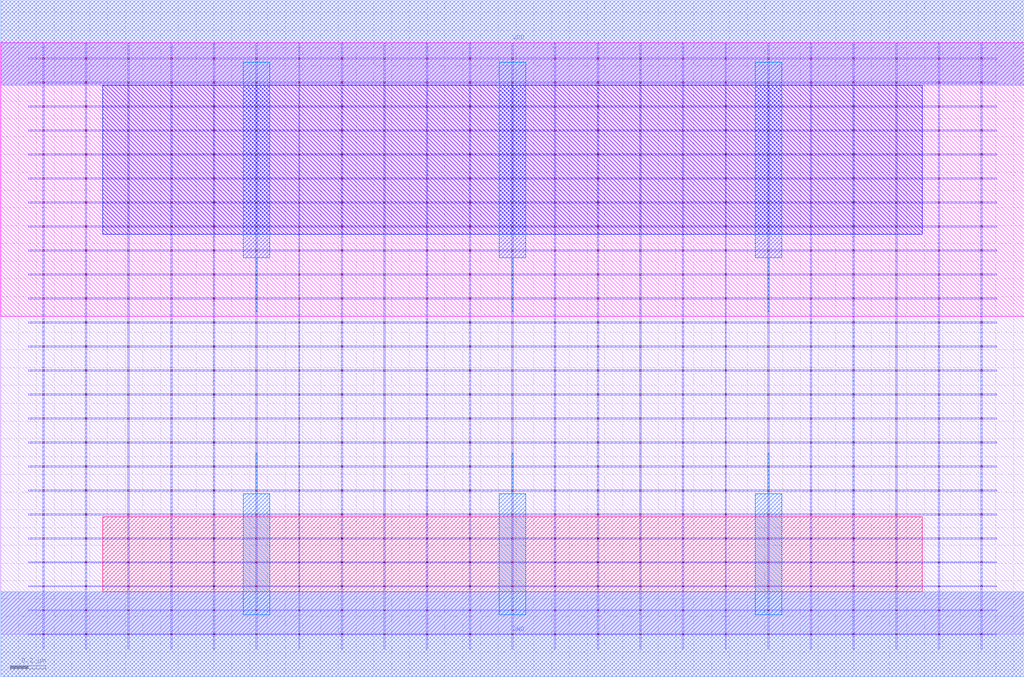
<source format=lef>
MACRO AND2X2
 CLASS CORE ;
 FOREIGN AND2X2 0 0 ;
 ORIGIN 0 0 ;
 SYMMETRY X Y R90 ;
 SITE UNIT ;
  PIN VDD
   DIRECTION INOUT ;
   USE SIGNAL ;
   SHAPE ABUTMENT ;
    PORT
     CLASS CORE ;
       LAYER metal2 ;
        RECT 0.00000000 3.09000000 5.76000000 3.57000000 ;
    END
  END VDD

  PIN GND
   DIRECTION INOUT ;
   USE SIGNAL ;
   SHAPE ABUTMENT ;
    PORT
     CLASS CORE ;
       LAYER metal2 ;
        RECT 0.00000000 -0.24000000 5.76000000 0.24000000 ;
    END
  END GND

  OBS
   LAYER abutment_box ;
    RECT 0.00000000 0.00000000 5.76000000 3.33000000 ;
  END

  OBS
   LAYER metal1 ;
    RECT 0.23600000 -0.08500000 0.24400000 -0.00400000 ;
    RECT 0.47600000 -0.08500000 0.48400000 -0.00400000 ;
    RECT 0.71600000 -0.08500000 0.72400000 -0.00400000 ;
    RECT 0.95600000 -0.08500000 0.96400000 -0.00400000 ;
    RECT 1.19600000 -0.08500000 1.20400000 -0.00400000 ;
    RECT 1.43600000 -0.08500000 1.44400000 -0.00400000 ;
    RECT 1.67600000 -0.08500000 1.68400000 -0.00400000 ;
    RECT 1.91600000 -0.08500000 1.92400000 -0.00400000 ;
    RECT 2.15600000 -0.08500000 2.16400000 -0.00400000 ;
    RECT 2.39600000 -0.08500000 2.40400000 -0.00400000 ;
    RECT 2.63600000 -0.08500000 2.64400000 -0.00400000 ;
    RECT 2.87600000 -0.08500000 2.88400000 -0.00400000 ;
    RECT 3.11600000 -0.08500000 3.12400000 -0.00400000 ;
    RECT 3.35600000 -0.08500000 3.36400000 -0.00400000 ;
    RECT 3.59600000 -0.08500000 3.60400000 -0.00400000 ;
    RECT 3.83600000 -0.08500000 3.84400000 -0.00400000 ;
    RECT 4.07600000 -0.08500000 4.08400000 -0.00400000 ;
    RECT 4.31600000 -0.08500000 4.32400000 -0.00400000 ;
    RECT 4.55600000 -0.08500000 4.56400000 -0.00400000 ;
    RECT 4.79600000 -0.08500000 4.80400000 -0.00400000 ;
    RECT 5.03600000 -0.08500000 5.04400000 -0.00400000 ;
    RECT 5.27600000 -0.08500000 5.28400000 -0.00400000 ;
    RECT 5.51600000 -0.08500000 5.52400000 -0.00400000 ;
    RECT 0.15500000 -0.00400000 5.60500000 0.00400000 ;
    RECT 0.23600000 0.00400000 0.24400000 0.13100000 ;
    RECT 0.47600000 0.00400000 0.48400000 0.13100000 ;
    RECT 0.71600000 0.00400000 0.72400000 0.13100000 ;
    RECT 0.95600000 0.00400000 0.96400000 0.13100000 ;
    RECT 1.19600000 0.00400000 1.20400000 0.13100000 ;
    RECT 1.43600000 0.00400000 1.44400000 0.13100000 ;
    RECT 1.67600000 0.00400000 1.68400000 0.13100000 ;
    RECT 1.91600000 0.00400000 1.92400000 0.13100000 ;
    RECT 2.15600000 0.00400000 2.16400000 0.13100000 ;
    RECT 2.39600000 0.00400000 2.40400000 0.13100000 ;
    RECT 2.63600000 0.00400000 2.64400000 0.13100000 ;
    RECT 2.87600000 0.00400000 2.88400000 0.13100000 ;
    RECT 3.11600000 0.00400000 3.12400000 0.13100000 ;
    RECT 3.35600000 0.00400000 3.36400000 0.13100000 ;
    RECT 3.59600000 0.00400000 3.60400000 0.13100000 ;
    RECT 3.83600000 0.00400000 3.84400000 0.13100000 ;
    RECT 4.07600000 0.00400000 4.08400000 0.13100000 ;
    RECT 4.31600000 0.00400000 4.32400000 0.13100000 ;
    RECT 4.55600000 0.00400000 4.56400000 0.13100000 ;
    RECT 4.79600000 0.00400000 4.80400000 0.13100000 ;
    RECT 5.03600000 0.00400000 5.04400000 0.13100000 ;
    RECT 5.27600000 0.00400000 5.28400000 0.13100000 ;
    RECT 5.51600000 0.00400000 5.52400000 0.13100000 ;
    RECT 0.15500000 0.13100000 5.60500000 0.13900000 ;
    RECT 0.23600000 0.13900000 0.24400000 0.26600000 ;
    RECT 0.47600000 0.13900000 0.48400000 0.26600000 ;
    RECT 0.71600000 0.13900000 0.72400000 0.26600000 ;
    RECT 0.95600000 0.13900000 0.96400000 0.26600000 ;
    RECT 1.19600000 0.13900000 1.20400000 0.26600000 ;
    RECT 1.43600000 0.13900000 1.44400000 0.26600000 ;
    RECT 1.67600000 0.13900000 1.68400000 0.26600000 ;
    RECT 1.91600000 0.13900000 1.92400000 0.26600000 ;
    RECT 2.15600000 0.13900000 2.16400000 0.26600000 ;
    RECT 2.39600000 0.13900000 2.40400000 0.26600000 ;
    RECT 2.63600000 0.13900000 2.64400000 0.26600000 ;
    RECT 2.87600000 0.13900000 2.88400000 0.26600000 ;
    RECT 3.11600000 0.13900000 3.12400000 0.26600000 ;
    RECT 3.35600000 0.13900000 3.36400000 0.26600000 ;
    RECT 3.59600000 0.13900000 3.60400000 0.26600000 ;
    RECT 3.83600000 0.13900000 3.84400000 0.26600000 ;
    RECT 4.07600000 0.13900000 4.08400000 0.26600000 ;
    RECT 4.31600000 0.13900000 4.32400000 0.26600000 ;
    RECT 4.55600000 0.13900000 4.56400000 0.26600000 ;
    RECT 4.79600000 0.13900000 4.80400000 0.26600000 ;
    RECT 5.03600000 0.13900000 5.04400000 0.26600000 ;
    RECT 5.27600000 0.13900000 5.28400000 0.26600000 ;
    RECT 5.51600000 0.13900000 5.52400000 0.26600000 ;
    RECT 0.15500000 0.26600000 5.60500000 0.27400000 ;
    RECT 0.23600000 0.27400000 0.24400000 0.40100000 ;
    RECT 0.47600000 0.27400000 0.48400000 0.40100000 ;
    RECT 0.71600000 0.27400000 0.72400000 0.40100000 ;
    RECT 0.95600000 0.27400000 0.96400000 0.40100000 ;
    RECT 1.19600000 0.27400000 1.20400000 0.40100000 ;
    RECT 1.43600000 0.27400000 1.44400000 0.40100000 ;
    RECT 1.67600000 0.27400000 1.68400000 0.40100000 ;
    RECT 1.91600000 0.27400000 1.92400000 0.40100000 ;
    RECT 2.15600000 0.27400000 2.16400000 0.40100000 ;
    RECT 2.39600000 0.27400000 2.40400000 0.40100000 ;
    RECT 2.63600000 0.27400000 2.64400000 0.40100000 ;
    RECT 2.87600000 0.27400000 2.88400000 0.40100000 ;
    RECT 3.11600000 0.27400000 3.12400000 0.40100000 ;
    RECT 3.35600000 0.27400000 3.36400000 0.40100000 ;
    RECT 3.59600000 0.27400000 3.60400000 0.40100000 ;
    RECT 3.83600000 0.27400000 3.84400000 0.40100000 ;
    RECT 4.07600000 0.27400000 4.08400000 0.40100000 ;
    RECT 4.31600000 0.27400000 4.32400000 0.40100000 ;
    RECT 4.55600000 0.27400000 4.56400000 0.40100000 ;
    RECT 4.79600000 0.27400000 4.80400000 0.40100000 ;
    RECT 5.03600000 0.27400000 5.04400000 0.40100000 ;
    RECT 5.27600000 0.27400000 5.28400000 0.40100000 ;
    RECT 5.51600000 0.27400000 5.52400000 0.40100000 ;
    RECT 0.15500000 0.40100000 5.60500000 0.40900000 ;
    RECT 0.23600000 0.40900000 0.24400000 0.53600000 ;
    RECT 0.47600000 0.40900000 0.48400000 0.53600000 ;
    RECT 0.71600000 0.40900000 0.72400000 0.53600000 ;
    RECT 0.95600000 0.40900000 0.96400000 0.53600000 ;
    RECT 1.19600000 0.40900000 1.20400000 0.53600000 ;
    RECT 1.43600000 0.40900000 1.44400000 0.53600000 ;
    RECT 1.67600000 0.40900000 1.68400000 0.53600000 ;
    RECT 1.91600000 0.40900000 1.92400000 0.53600000 ;
    RECT 2.15600000 0.40900000 2.16400000 0.53600000 ;
    RECT 2.39600000 0.40900000 2.40400000 0.53600000 ;
    RECT 2.63600000 0.40900000 2.64400000 0.53600000 ;
    RECT 2.87600000 0.40900000 2.88400000 0.53600000 ;
    RECT 3.11600000 0.40900000 3.12400000 0.53600000 ;
    RECT 3.35600000 0.40900000 3.36400000 0.53600000 ;
    RECT 3.59600000 0.40900000 3.60400000 0.53600000 ;
    RECT 3.83600000 0.40900000 3.84400000 0.53600000 ;
    RECT 4.07600000 0.40900000 4.08400000 0.53600000 ;
    RECT 4.31600000 0.40900000 4.32400000 0.53600000 ;
    RECT 4.55600000 0.40900000 4.56400000 0.53600000 ;
    RECT 4.79600000 0.40900000 4.80400000 0.53600000 ;
    RECT 5.03600000 0.40900000 5.04400000 0.53600000 ;
    RECT 5.27600000 0.40900000 5.28400000 0.53600000 ;
    RECT 5.51600000 0.40900000 5.52400000 0.53600000 ;
    RECT 0.15500000 0.53600000 5.60500000 0.54400000 ;
    RECT 0.23600000 0.54400000 0.24400000 0.67100000 ;
    RECT 0.47600000 0.54400000 0.48400000 0.67100000 ;
    RECT 0.71600000 0.54400000 0.72400000 0.67100000 ;
    RECT 0.95600000 0.54400000 0.96400000 0.67100000 ;
    RECT 1.19600000 0.54400000 1.20400000 0.67100000 ;
    RECT 1.43600000 0.54400000 1.44400000 0.67100000 ;
    RECT 1.67600000 0.54400000 1.68400000 0.67100000 ;
    RECT 1.91600000 0.54400000 1.92400000 0.67100000 ;
    RECT 2.15600000 0.54400000 2.16400000 0.67100000 ;
    RECT 2.39600000 0.54400000 2.40400000 0.67100000 ;
    RECT 2.63600000 0.54400000 2.64400000 0.67100000 ;
    RECT 2.87600000 0.54400000 2.88400000 0.67100000 ;
    RECT 3.11600000 0.54400000 3.12400000 0.67100000 ;
    RECT 3.35600000 0.54400000 3.36400000 0.67100000 ;
    RECT 3.59600000 0.54400000 3.60400000 0.67100000 ;
    RECT 3.83600000 0.54400000 3.84400000 0.67100000 ;
    RECT 4.07600000 0.54400000 4.08400000 0.67100000 ;
    RECT 4.31600000 0.54400000 4.32400000 0.67100000 ;
    RECT 4.55600000 0.54400000 4.56400000 0.67100000 ;
    RECT 4.79600000 0.54400000 4.80400000 0.67100000 ;
    RECT 5.03600000 0.54400000 5.04400000 0.67100000 ;
    RECT 5.27600000 0.54400000 5.28400000 0.67100000 ;
    RECT 5.51600000 0.54400000 5.52400000 0.67100000 ;
    RECT 0.15500000 0.67100000 5.60500000 0.67900000 ;
    RECT 0.23600000 0.67900000 0.24400000 0.80600000 ;
    RECT 0.47600000 0.67900000 0.48400000 0.80600000 ;
    RECT 0.71600000 0.67900000 0.72400000 0.80600000 ;
    RECT 0.95600000 0.67900000 0.96400000 0.80600000 ;
    RECT 1.19600000 0.67900000 1.20400000 0.80600000 ;
    RECT 1.43600000 0.67900000 1.44400000 0.80600000 ;
    RECT 1.67600000 0.67900000 1.68400000 0.80600000 ;
    RECT 1.91600000 0.67900000 1.92400000 0.80600000 ;
    RECT 2.15600000 0.67900000 2.16400000 0.80600000 ;
    RECT 2.39600000 0.67900000 2.40400000 0.80600000 ;
    RECT 2.63600000 0.67900000 2.64400000 0.80600000 ;
    RECT 2.87600000 0.67900000 2.88400000 0.80600000 ;
    RECT 3.11600000 0.67900000 3.12400000 0.80600000 ;
    RECT 3.35600000 0.67900000 3.36400000 0.80600000 ;
    RECT 3.59600000 0.67900000 3.60400000 0.80600000 ;
    RECT 3.83600000 0.67900000 3.84400000 0.80600000 ;
    RECT 4.07600000 0.67900000 4.08400000 0.80600000 ;
    RECT 4.31600000 0.67900000 4.32400000 0.80600000 ;
    RECT 4.55600000 0.67900000 4.56400000 0.80600000 ;
    RECT 4.79600000 0.67900000 4.80400000 0.80600000 ;
    RECT 5.03600000 0.67900000 5.04400000 0.80600000 ;
    RECT 5.27600000 0.67900000 5.28400000 0.80600000 ;
    RECT 5.51600000 0.67900000 5.52400000 0.80600000 ;
    RECT 0.15500000 0.80600000 5.60500000 0.81400000 ;
    RECT 0.23600000 0.81400000 0.24400000 0.94100000 ;
    RECT 0.47600000 0.81400000 0.48400000 0.94100000 ;
    RECT 0.71600000 0.81400000 0.72400000 0.94100000 ;
    RECT 0.95600000 0.81400000 0.96400000 0.94100000 ;
    RECT 1.19600000 0.81400000 1.20400000 0.94100000 ;
    RECT 1.43600000 0.81400000 1.44400000 0.94100000 ;
    RECT 1.67600000 0.81400000 1.68400000 0.94100000 ;
    RECT 1.91600000 0.81400000 1.92400000 0.94100000 ;
    RECT 2.15600000 0.81400000 2.16400000 0.94100000 ;
    RECT 2.39600000 0.81400000 2.40400000 0.94100000 ;
    RECT 2.63600000 0.81400000 2.64400000 0.94100000 ;
    RECT 2.87600000 0.81400000 2.88400000 0.94100000 ;
    RECT 3.11600000 0.81400000 3.12400000 0.94100000 ;
    RECT 3.35600000 0.81400000 3.36400000 0.94100000 ;
    RECT 3.59600000 0.81400000 3.60400000 0.94100000 ;
    RECT 3.83600000 0.81400000 3.84400000 0.94100000 ;
    RECT 4.07600000 0.81400000 4.08400000 0.94100000 ;
    RECT 4.31600000 0.81400000 4.32400000 0.94100000 ;
    RECT 4.55600000 0.81400000 4.56400000 0.94100000 ;
    RECT 4.79600000 0.81400000 4.80400000 0.94100000 ;
    RECT 5.03600000 0.81400000 5.04400000 0.94100000 ;
    RECT 5.27600000 0.81400000 5.28400000 0.94100000 ;
    RECT 5.51600000 0.81400000 5.52400000 0.94100000 ;
    RECT 0.15500000 0.94100000 5.60500000 0.94900000 ;
    RECT 0.23600000 0.94900000 0.24400000 1.07600000 ;
    RECT 0.47600000 0.94900000 0.48400000 1.07600000 ;
    RECT 0.71600000 0.94900000 0.72400000 1.07600000 ;
    RECT 0.95600000 0.94900000 0.96400000 1.07600000 ;
    RECT 1.19600000 0.94900000 1.20400000 1.07600000 ;
    RECT 1.43600000 0.94900000 1.44400000 1.07600000 ;
    RECT 1.67600000 0.94900000 1.68400000 1.07600000 ;
    RECT 1.91600000 0.94900000 1.92400000 1.07600000 ;
    RECT 2.15600000 0.94900000 2.16400000 1.07600000 ;
    RECT 2.39600000 0.94900000 2.40400000 1.07600000 ;
    RECT 2.63600000 0.94900000 2.64400000 1.07600000 ;
    RECT 2.87600000 0.94900000 2.88400000 1.07600000 ;
    RECT 3.11600000 0.94900000 3.12400000 1.07600000 ;
    RECT 3.35600000 0.94900000 3.36400000 1.07600000 ;
    RECT 3.59600000 0.94900000 3.60400000 1.07600000 ;
    RECT 3.83600000 0.94900000 3.84400000 1.07600000 ;
    RECT 4.07600000 0.94900000 4.08400000 1.07600000 ;
    RECT 4.31600000 0.94900000 4.32400000 1.07600000 ;
    RECT 4.55600000 0.94900000 4.56400000 1.07600000 ;
    RECT 4.79600000 0.94900000 4.80400000 1.07600000 ;
    RECT 5.03600000 0.94900000 5.04400000 1.07600000 ;
    RECT 5.27600000 0.94900000 5.28400000 1.07600000 ;
    RECT 5.51600000 0.94900000 5.52400000 1.07600000 ;
    RECT 0.15500000 1.07600000 5.60500000 1.08400000 ;
    RECT 0.23600000 1.08400000 0.24400000 1.21100000 ;
    RECT 0.47600000 1.08400000 0.48400000 1.21100000 ;
    RECT 0.71600000 1.08400000 0.72400000 1.21100000 ;
    RECT 0.95600000 1.08400000 0.96400000 1.21100000 ;
    RECT 1.19600000 1.08400000 1.20400000 1.21100000 ;
    RECT 1.43600000 1.08400000 1.44400000 1.21100000 ;
    RECT 1.67600000 1.08400000 1.68400000 1.21100000 ;
    RECT 1.91600000 1.08400000 1.92400000 1.21100000 ;
    RECT 2.15600000 1.08400000 2.16400000 1.21100000 ;
    RECT 2.39600000 1.08400000 2.40400000 1.21100000 ;
    RECT 2.63600000 1.08400000 2.64400000 1.21100000 ;
    RECT 2.87600000 1.08400000 2.88400000 1.21100000 ;
    RECT 3.11600000 1.08400000 3.12400000 1.21100000 ;
    RECT 3.35600000 1.08400000 3.36400000 1.21100000 ;
    RECT 3.59600000 1.08400000 3.60400000 1.21100000 ;
    RECT 3.83600000 1.08400000 3.84400000 1.21100000 ;
    RECT 4.07600000 1.08400000 4.08400000 1.21100000 ;
    RECT 4.31600000 1.08400000 4.32400000 1.21100000 ;
    RECT 4.55600000 1.08400000 4.56400000 1.21100000 ;
    RECT 4.79600000 1.08400000 4.80400000 1.21100000 ;
    RECT 5.03600000 1.08400000 5.04400000 1.21100000 ;
    RECT 5.27600000 1.08400000 5.28400000 1.21100000 ;
    RECT 5.51600000 1.08400000 5.52400000 1.21100000 ;
    RECT 0.15500000 1.21100000 5.60500000 1.21900000 ;
    RECT 0.23600000 1.21900000 0.24400000 1.34600000 ;
    RECT 0.47600000 1.21900000 0.48400000 1.34600000 ;
    RECT 0.71600000 1.21900000 0.72400000 1.34600000 ;
    RECT 0.95600000 1.21900000 0.96400000 1.34600000 ;
    RECT 1.19600000 1.21900000 1.20400000 1.34600000 ;
    RECT 1.43600000 1.21900000 1.44400000 1.34600000 ;
    RECT 1.67600000 1.21900000 1.68400000 1.34600000 ;
    RECT 1.91600000 1.21900000 1.92400000 1.34600000 ;
    RECT 2.15600000 1.21900000 2.16400000 1.34600000 ;
    RECT 2.39600000 1.21900000 2.40400000 1.34600000 ;
    RECT 2.63600000 1.21900000 2.64400000 1.34600000 ;
    RECT 2.87600000 1.21900000 2.88400000 1.34600000 ;
    RECT 3.11600000 1.21900000 3.12400000 1.34600000 ;
    RECT 3.35600000 1.21900000 3.36400000 1.34600000 ;
    RECT 3.59600000 1.21900000 3.60400000 1.34600000 ;
    RECT 3.83600000 1.21900000 3.84400000 1.34600000 ;
    RECT 4.07600000 1.21900000 4.08400000 1.34600000 ;
    RECT 4.31600000 1.21900000 4.32400000 1.34600000 ;
    RECT 4.55600000 1.21900000 4.56400000 1.34600000 ;
    RECT 4.79600000 1.21900000 4.80400000 1.34600000 ;
    RECT 5.03600000 1.21900000 5.04400000 1.34600000 ;
    RECT 5.27600000 1.21900000 5.28400000 1.34600000 ;
    RECT 5.51600000 1.21900000 5.52400000 1.34600000 ;
    RECT 0.15500000 1.34600000 5.60500000 1.35400000 ;
    RECT 0.23600000 1.35400000 0.24400000 1.48100000 ;
    RECT 0.47600000 1.35400000 0.48400000 1.48100000 ;
    RECT 0.71600000 1.35400000 0.72400000 1.48100000 ;
    RECT 0.95600000 1.35400000 0.96400000 1.48100000 ;
    RECT 1.19600000 1.35400000 1.20400000 1.48100000 ;
    RECT 1.43600000 1.35400000 1.44400000 1.48100000 ;
    RECT 1.67600000 1.35400000 1.68400000 1.48100000 ;
    RECT 1.91600000 1.35400000 1.92400000 1.48100000 ;
    RECT 2.15600000 1.35400000 2.16400000 1.48100000 ;
    RECT 2.39600000 1.35400000 2.40400000 1.48100000 ;
    RECT 2.63600000 1.35400000 2.64400000 1.48100000 ;
    RECT 2.87600000 1.35400000 2.88400000 1.48100000 ;
    RECT 3.11600000 1.35400000 3.12400000 1.48100000 ;
    RECT 3.35600000 1.35400000 3.36400000 1.48100000 ;
    RECT 3.59600000 1.35400000 3.60400000 1.48100000 ;
    RECT 3.83600000 1.35400000 3.84400000 1.48100000 ;
    RECT 4.07600000 1.35400000 4.08400000 1.48100000 ;
    RECT 4.31600000 1.35400000 4.32400000 1.48100000 ;
    RECT 4.55600000 1.35400000 4.56400000 1.48100000 ;
    RECT 4.79600000 1.35400000 4.80400000 1.48100000 ;
    RECT 5.03600000 1.35400000 5.04400000 1.48100000 ;
    RECT 5.27600000 1.35400000 5.28400000 1.48100000 ;
    RECT 5.51600000 1.35400000 5.52400000 1.48100000 ;
    RECT 0.15500000 1.48100000 5.60500000 1.48900000 ;
    RECT 0.23600000 1.48900000 0.24400000 1.61600000 ;
    RECT 0.47600000 1.48900000 0.48400000 1.61600000 ;
    RECT 0.71600000 1.48900000 0.72400000 1.61600000 ;
    RECT 0.95600000 1.48900000 0.96400000 1.61600000 ;
    RECT 1.19600000 1.48900000 1.20400000 1.61600000 ;
    RECT 1.43600000 1.48900000 1.44400000 1.61600000 ;
    RECT 1.67600000 1.48900000 1.68400000 1.61600000 ;
    RECT 1.91600000 1.48900000 1.92400000 1.61600000 ;
    RECT 2.15600000 1.48900000 2.16400000 1.61600000 ;
    RECT 2.39600000 1.48900000 2.40400000 1.61600000 ;
    RECT 2.63600000 1.48900000 2.64400000 1.61600000 ;
    RECT 2.87600000 1.48900000 2.88400000 1.61600000 ;
    RECT 3.11600000 1.48900000 3.12400000 1.61600000 ;
    RECT 3.35600000 1.48900000 3.36400000 1.61600000 ;
    RECT 3.59600000 1.48900000 3.60400000 1.61600000 ;
    RECT 3.83600000 1.48900000 3.84400000 1.61600000 ;
    RECT 4.07600000 1.48900000 4.08400000 1.61600000 ;
    RECT 4.31600000 1.48900000 4.32400000 1.61600000 ;
    RECT 4.55600000 1.48900000 4.56400000 1.61600000 ;
    RECT 4.79600000 1.48900000 4.80400000 1.61600000 ;
    RECT 5.03600000 1.48900000 5.04400000 1.61600000 ;
    RECT 5.27600000 1.48900000 5.28400000 1.61600000 ;
    RECT 5.51600000 1.48900000 5.52400000 1.61600000 ;
    RECT 0.15500000 1.61600000 5.60500000 1.62400000 ;
    RECT 0.23600000 1.62400000 0.24400000 1.75100000 ;
    RECT 0.47600000 1.62400000 0.48400000 1.75100000 ;
    RECT 0.71600000 1.62400000 0.72400000 1.75100000 ;
    RECT 0.95600000 1.62400000 0.96400000 1.75100000 ;
    RECT 1.19600000 1.62400000 1.20400000 1.75100000 ;
    RECT 1.43600000 1.62400000 1.44400000 1.75100000 ;
    RECT 1.67600000 1.62400000 1.68400000 1.75100000 ;
    RECT 1.91600000 1.62400000 1.92400000 1.75100000 ;
    RECT 2.15600000 1.62400000 2.16400000 1.75100000 ;
    RECT 2.39600000 1.62400000 2.40400000 1.75100000 ;
    RECT 2.63600000 1.62400000 2.64400000 1.75100000 ;
    RECT 2.87600000 1.62400000 2.88400000 1.75100000 ;
    RECT 3.11600000 1.62400000 3.12400000 1.75100000 ;
    RECT 3.35600000 1.62400000 3.36400000 1.75100000 ;
    RECT 3.59600000 1.62400000 3.60400000 1.75100000 ;
    RECT 3.83600000 1.62400000 3.84400000 1.75100000 ;
    RECT 4.07600000 1.62400000 4.08400000 1.75100000 ;
    RECT 4.31600000 1.62400000 4.32400000 1.75100000 ;
    RECT 4.55600000 1.62400000 4.56400000 1.75100000 ;
    RECT 4.79600000 1.62400000 4.80400000 1.75100000 ;
    RECT 5.03600000 1.62400000 5.04400000 1.75100000 ;
    RECT 5.27600000 1.62400000 5.28400000 1.75100000 ;
    RECT 5.51600000 1.62400000 5.52400000 1.75100000 ;
    RECT 0.15500000 1.75100000 5.60500000 1.75900000 ;
    RECT 0.23600000 1.75900000 0.24400000 1.88600000 ;
    RECT 0.47600000 1.75900000 0.48400000 1.88600000 ;
    RECT 0.71600000 1.75900000 0.72400000 1.88600000 ;
    RECT 0.95600000 1.75900000 0.96400000 1.88600000 ;
    RECT 1.19600000 1.75900000 1.20400000 1.88600000 ;
    RECT 1.43600000 1.75900000 1.44400000 1.88600000 ;
    RECT 1.67600000 1.75900000 1.68400000 1.88600000 ;
    RECT 1.91600000 1.75900000 1.92400000 1.88600000 ;
    RECT 2.15600000 1.75900000 2.16400000 1.88600000 ;
    RECT 2.39600000 1.75900000 2.40400000 1.88600000 ;
    RECT 2.63600000 1.75900000 2.64400000 1.88600000 ;
    RECT 2.87600000 1.75900000 2.88400000 1.88600000 ;
    RECT 3.11600000 1.75900000 3.12400000 1.88600000 ;
    RECT 3.35600000 1.75900000 3.36400000 1.88600000 ;
    RECT 3.59600000 1.75900000 3.60400000 1.88600000 ;
    RECT 3.83600000 1.75900000 3.84400000 1.88600000 ;
    RECT 4.07600000 1.75900000 4.08400000 1.88600000 ;
    RECT 4.31600000 1.75900000 4.32400000 1.88600000 ;
    RECT 4.55600000 1.75900000 4.56400000 1.88600000 ;
    RECT 4.79600000 1.75900000 4.80400000 1.88600000 ;
    RECT 5.03600000 1.75900000 5.04400000 1.88600000 ;
    RECT 5.27600000 1.75900000 5.28400000 1.88600000 ;
    RECT 5.51600000 1.75900000 5.52400000 1.88600000 ;
    RECT 0.15500000 1.88600000 5.60500000 1.89400000 ;
    RECT 0.23600000 1.89400000 0.24400000 2.02100000 ;
    RECT 0.47600000 1.89400000 0.48400000 2.02100000 ;
    RECT 0.71600000 1.89400000 0.72400000 2.02100000 ;
    RECT 0.95600000 1.89400000 0.96400000 2.02100000 ;
    RECT 1.19600000 1.89400000 1.20400000 2.02100000 ;
    RECT 1.43600000 1.89400000 1.44400000 2.02100000 ;
    RECT 1.67600000 1.89400000 1.68400000 2.02100000 ;
    RECT 1.91600000 1.89400000 1.92400000 2.02100000 ;
    RECT 2.15600000 1.89400000 2.16400000 2.02100000 ;
    RECT 2.39600000 1.89400000 2.40400000 2.02100000 ;
    RECT 2.63600000 1.89400000 2.64400000 2.02100000 ;
    RECT 2.87600000 1.89400000 2.88400000 2.02100000 ;
    RECT 3.11600000 1.89400000 3.12400000 2.02100000 ;
    RECT 3.35600000 1.89400000 3.36400000 2.02100000 ;
    RECT 3.59600000 1.89400000 3.60400000 2.02100000 ;
    RECT 3.83600000 1.89400000 3.84400000 2.02100000 ;
    RECT 4.07600000 1.89400000 4.08400000 2.02100000 ;
    RECT 4.31600000 1.89400000 4.32400000 2.02100000 ;
    RECT 4.55600000 1.89400000 4.56400000 2.02100000 ;
    RECT 4.79600000 1.89400000 4.80400000 2.02100000 ;
    RECT 5.03600000 1.89400000 5.04400000 2.02100000 ;
    RECT 5.27600000 1.89400000 5.28400000 2.02100000 ;
    RECT 5.51600000 1.89400000 5.52400000 2.02100000 ;
    RECT 0.15500000 2.02100000 5.60500000 2.02900000 ;
    RECT 0.23600000 2.02900000 0.24400000 2.15600000 ;
    RECT 0.47600000 2.02900000 0.48400000 2.15600000 ;
    RECT 0.71600000 2.02900000 0.72400000 2.15600000 ;
    RECT 0.95600000 2.02900000 0.96400000 2.15600000 ;
    RECT 1.19600000 2.02900000 1.20400000 2.15600000 ;
    RECT 1.43600000 2.02900000 1.44400000 2.15600000 ;
    RECT 1.67600000 2.02900000 1.68400000 2.15600000 ;
    RECT 1.91600000 2.02900000 1.92400000 2.15600000 ;
    RECT 2.15600000 2.02900000 2.16400000 2.15600000 ;
    RECT 2.39600000 2.02900000 2.40400000 2.15600000 ;
    RECT 2.63600000 2.02900000 2.64400000 2.15600000 ;
    RECT 2.87600000 2.02900000 2.88400000 2.15600000 ;
    RECT 3.11600000 2.02900000 3.12400000 2.15600000 ;
    RECT 3.35600000 2.02900000 3.36400000 2.15600000 ;
    RECT 3.59600000 2.02900000 3.60400000 2.15600000 ;
    RECT 3.83600000 2.02900000 3.84400000 2.15600000 ;
    RECT 4.07600000 2.02900000 4.08400000 2.15600000 ;
    RECT 4.31600000 2.02900000 4.32400000 2.15600000 ;
    RECT 4.55600000 2.02900000 4.56400000 2.15600000 ;
    RECT 4.79600000 2.02900000 4.80400000 2.15600000 ;
    RECT 5.03600000 2.02900000 5.04400000 2.15600000 ;
    RECT 5.27600000 2.02900000 5.28400000 2.15600000 ;
    RECT 5.51600000 2.02900000 5.52400000 2.15600000 ;
    RECT 0.15500000 2.15600000 5.60500000 2.16400000 ;
    RECT 0.23600000 2.16400000 0.24400000 2.29100000 ;
    RECT 0.47600000 2.16400000 0.48400000 2.29100000 ;
    RECT 0.71600000 2.16400000 0.72400000 2.29100000 ;
    RECT 0.95600000 2.16400000 0.96400000 2.29100000 ;
    RECT 1.19600000 2.16400000 1.20400000 2.29100000 ;
    RECT 1.43600000 2.16400000 1.44400000 2.29100000 ;
    RECT 1.67600000 2.16400000 1.68400000 2.29100000 ;
    RECT 1.91600000 2.16400000 1.92400000 2.29100000 ;
    RECT 2.15600000 2.16400000 2.16400000 2.29100000 ;
    RECT 2.39600000 2.16400000 2.40400000 2.29100000 ;
    RECT 2.63600000 2.16400000 2.64400000 2.29100000 ;
    RECT 2.87600000 2.16400000 2.88400000 2.29100000 ;
    RECT 3.11600000 2.16400000 3.12400000 2.29100000 ;
    RECT 3.35600000 2.16400000 3.36400000 2.29100000 ;
    RECT 3.59600000 2.16400000 3.60400000 2.29100000 ;
    RECT 3.83600000 2.16400000 3.84400000 2.29100000 ;
    RECT 4.07600000 2.16400000 4.08400000 2.29100000 ;
    RECT 4.31600000 2.16400000 4.32400000 2.29100000 ;
    RECT 4.55600000 2.16400000 4.56400000 2.29100000 ;
    RECT 4.79600000 2.16400000 4.80400000 2.29100000 ;
    RECT 5.03600000 2.16400000 5.04400000 2.29100000 ;
    RECT 5.27600000 2.16400000 5.28400000 2.29100000 ;
    RECT 5.51600000 2.16400000 5.52400000 2.29100000 ;
    RECT 0.15500000 2.29100000 5.60500000 2.29900000 ;
    RECT 0.23600000 2.29900000 0.24400000 2.42600000 ;
    RECT 0.47600000 2.29900000 0.48400000 2.42600000 ;
    RECT 0.71600000 2.29900000 0.72400000 2.42600000 ;
    RECT 0.95600000 2.29900000 0.96400000 2.42600000 ;
    RECT 1.19600000 2.29900000 1.20400000 2.42600000 ;
    RECT 1.43600000 2.29900000 1.44400000 2.42600000 ;
    RECT 1.67600000 2.29900000 1.68400000 2.42600000 ;
    RECT 1.91600000 2.29900000 1.92400000 2.42600000 ;
    RECT 2.15600000 2.29900000 2.16400000 2.42600000 ;
    RECT 2.39600000 2.29900000 2.40400000 2.42600000 ;
    RECT 2.63600000 2.29900000 2.64400000 2.42600000 ;
    RECT 2.87600000 2.29900000 2.88400000 2.42600000 ;
    RECT 3.11600000 2.29900000 3.12400000 2.42600000 ;
    RECT 3.35600000 2.29900000 3.36400000 2.42600000 ;
    RECT 3.59600000 2.29900000 3.60400000 2.42600000 ;
    RECT 3.83600000 2.29900000 3.84400000 2.42600000 ;
    RECT 4.07600000 2.29900000 4.08400000 2.42600000 ;
    RECT 4.31600000 2.29900000 4.32400000 2.42600000 ;
    RECT 4.55600000 2.29900000 4.56400000 2.42600000 ;
    RECT 4.79600000 2.29900000 4.80400000 2.42600000 ;
    RECT 5.03600000 2.29900000 5.04400000 2.42600000 ;
    RECT 5.27600000 2.29900000 5.28400000 2.42600000 ;
    RECT 5.51600000 2.29900000 5.52400000 2.42600000 ;
    RECT 0.15500000 2.42600000 5.60500000 2.43400000 ;
    RECT 0.23600000 2.43400000 0.24400000 2.56100000 ;
    RECT 0.47600000 2.43400000 0.48400000 2.56100000 ;
    RECT 0.71600000 2.43400000 0.72400000 2.56100000 ;
    RECT 0.95600000 2.43400000 0.96400000 2.56100000 ;
    RECT 1.19600000 2.43400000 1.20400000 2.56100000 ;
    RECT 1.43600000 2.43400000 1.44400000 2.56100000 ;
    RECT 1.67600000 2.43400000 1.68400000 2.56100000 ;
    RECT 1.91600000 2.43400000 1.92400000 2.56100000 ;
    RECT 2.15600000 2.43400000 2.16400000 2.56100000 ;
    RECT 2.39600000 2.43400000 2.40400000 2.56100000 ;
    RECT 2.63600000 2.43400000 2.64400000 2.56100000 ;
    RECT 2.87600000 2.43400000 2.88400000 2.56100000 ;
    RECT 3.11600000 2.43400000 3.12400000 2.56100000 ;
    RECT 3.35600000 2.43400000 3.36400000 2.56100000 ;
    RECT 3.59600000 2.43400000 3.60400000 2.56100000 ;
    RECT 3.83600000 2.43400000 3.84400000 2.56100000 ;
    RECT 4.07600000 2.43400000 4.08400000 2.56100000 ;
    RECT 4.31600000 2.43400000 4.32400000 2.56100000 ;
    RECT 4.55600000 2.43400000 4.56400000 2.56100000 ;
    RECT 4.79600000 2.43400000 4.80400000 2.56100000 ;
    RECT 5.03600000 2.43400000 5.04400000 2.56100000 ;
    RECT 5.27600000 2.43400000 5.28400000 2.56100000 ;
    RECT 5.51600000 2.43400000 5.52400000 2.56100000 ;
    RECT 0.15500000 2.56100000 5.60500000 2.56900000 ;
    RECT 0.23600000 2.56900000 0.24400000 2.69600000 ;
    RECT 0.47600000 2.56900000 0.48400000 2.69600000 ;
    RECT 0.71600000 2.56900000 0.72400000 2.69600000 ;
    RECT 0.95600000 2.56900000 0.96400000 2.69600000 ;
    RECT 1.19600000 2.56900000 1.20400000 2.69600000 ;
    RECT 1.43600000 2.56900000 1.44400000 2.69600000 ;
    RECT 1.67600000 2.56900000 1.68400000 2.69600000 ;
    RECT 1.91600000 2.56900000 1.92400000 2.69600000 ;
    RECT 2.15600000 2.56900000 2.16400000 2.69600000 ;
    RECT 2.39600000 2.56900000 2.40400000 2.69600000 ;
    RECT 2.63600000 2.56900000 2.64400000 2.69600000 ;
    RECT 2.87600000 2.56900000 2.88400000 2.69600000 ;
    RECT 3.11600000 2.56900000 3.12400000 2.69600000 ;
    RECT 3.35600000 2.56900000 3.36400000 2.69600000 ;
    RECT 3.59600000 2.56900000 3.60400000 2.69600000 ;
    RECT 3.83600000 2.56900000 3.84400000 2.69600000 ;
    RECT 4.07600000 2.56900000 4.08400000 2.69600000 ;
    RECT 4.31600000 2.56900000 4.32400000 2.69600000 ;
    RECT 4.55600000 2.56900000 4.56400000 2.69600000 ;
    RECT 4.79600000 2.56900000 4.80400000 2.69600000 ;
    RECT 5.03600000 2.56900000 5.04400000 2.69600000 ;
    RECT 5.27600000 2.56900000 5.28400000 2.69600000 ;
    RECT 5.51600000 2.56900000 5.52400000 2.69600000 ;
    RECT 0.15500000 2.69600000 5.60500000 2.70400000 ;
    RECT 0.23600000 2.70400000 0.24400000 2.83100000 ;
    RECT 0.47600000 2.70400000 0.48400000 2.83100000 ;
    RECT 0.71600000 2.70400000 0.72400000 2.83100000 ;
    RECT 0.95600000 2.70400000 0.96400000 2.83100000 ;
    RECT 1.19600000 2.70400000 1.20400000 2.83100000 ;
    RECT 1.43600000 2.70400000 1.44400000 2.83100000 ;
    RECT 1.67600000 2.70400000 1.68400000 2.83100000 ;
    RECT 1.91600000 2.70400000 1.92400000 2.83100000 ;
    RECT 2.15600000 2.70400000 2.16400000 2.83100000 ;
    RECT 2.39600000 2.70400000 2.40400000 2.83100000 ;
    RECT 2.63600000 2.70400000 2.64400000 2.83100000 ;
    RECT 2.87600000 2.70400000 2.88400000 2.83100000 ;
    RECT 3.11600000 2.70400000 3.12400000 2.83100000 ;
    RECT 3.35600000 2.70400000 3.36400000 2.83100000 ;
    RECT 3.59600000 2.70400000 3.60400000 2.83100000 ;
    RECT 3.83600000 2.70400000 3.84400000 2.83100000 ;
    RECT 4.07600000 2.70400000 4.08400000 2.83100000 ;
    RECT 4.31600000 2.70400000 4.32400000 2.83100000 ;
    RECT 4.55600000 2.70400000 4.56400000 2.83100000 ;
    RECT 4.79600000 2.70400000 4.80400000 2.83100000 ;
    RECT 5.03600000 2.70400000 5.04400000 2.83100000 ;
    RECT 5.27600000 2.70400000 5.28400000 2.83100000 ;
    RECT 5.51600000 2.70400000 5.52400000 2.83100000 ;
    RECT 0.15500000 2.83100000 5.60500000 2.83900000 ;
    RECT 0.23600000 2.83900000 0.24400000 2.96600000 ;
    RECT 0.47600000 2.83900000 0.48400000 2.96600000 ;
    RECT 0.71600000 2.83900000 0.72400000 2.96600000 ;
    RECT 0.95600000 2.83900000 0.96400000 2.96600000 ;
    RECT 1.19600000 2.83900000 1.20400000 2.96600000 ;
    RECT 1.43600000 2.83900000 1.44400000 2.96600000 ;
    RECT 1.67600000 2.83900000 1.68400000 2.96600000 ;
    RECT 1.91600000 2.83900000 1.92400000 2.96600000 ;
    RECT 2.15600000 2.83900000 2.16400000 2.96600000 ;
    RECT 2.39600000 2.83900000 2.40400000 2.96600000 ;
    RECT 2.63600000 2.83900000 2.64400000 2.96600000 ;
    RECT 2.87600000 2.83900000 2.88400000 2.96600000 ;
    RECT 3.11600000 2.83900000 3.12400000 2.96600000 ;
    RECT 3.35600000 2.83900000 3.36400000 2.96600000 ;
    RECT 3.59600000 2.83900000 3.60400000 2.96600000 ;
    RECT 3.83600000 2.83900000 3.84400000 2.96600000 ;
    RECT 4.07600000 2.83900000 4.08400000 2.96600000 ;
    RECT 4.31600000 2.83900000 4.32400000 2.96600000 ;
    RECT 4.55600000 2.83900000 4.56400000 2.96600000 ;
    RECT 4.79600000 2.83900000 4.80400000 2.96600000 ;
    RECT 5.03600000 2.83900000 5.04400000 2.96600000 ;
    RECT 5.27600000 2.83900000 5.28400000 2.96600000 ;
    RECT 5.51600000 2.83900000 5.52400000 2.96600000 ;
    RECT 0.15500000 2.96600000 5.60500000 2.97400000 ;
    RECT 0.23600000 2.97400000 0.24400000 3.10100000 ;
    RECT 0.47600000 2.97400000 0.48400000 3.10100000 ;
    RECT 0.71600000 2.97400000 0.72400000 3.10100000 ;
    RECT 0.95600000 2.97400000 0.96400000 3.10100000 ;
    RECT 1.19600000 2.97400000 1.20400000 3.10100000 ;
    RECT 1.43600000 2.97400000 1.44400000 3.10100000 ;
    RECT 1.67600000 2.97400000 1.68400000 3.10100000 ;
    RECT 1.91600000 2.97400000 1.92400000 3.10100000 ;
    RECT 2.15600000 2.97400000 2.16400000 3.10100000 ;
    RECT 2.39600000 2.97400000 2.40400000 3.10100000 ;
    RECT 2.63600000 2.97400000 2.64400000 3.10100000 ;
    RECT 2.87600000 2.97400000 2.88400000 3.10100000 ;
    RECT 3.11600000 2.97400000 3.12400000 3.10100000 ;
    RECT 3.35600000 2.97400000 3.36400000 3.10100000 ;
    RECT 3.59600000 2.97400000 3.60400000 3.10100000 ;
    RECT 3.83600000 2.97400000 3.84400000 3.10100000 ;
    RECT 4.07600000 2.97400000 4.08400000 3.10100000 ;
    RECT 4.31600000 2.97400000 4.32400000 3.10100000 ;
    RECT 4.55600000 2.97400000 4.56400000 3.10100000 ;
    RECT 4.79600000 2.97400000 4.80400000 3.10100000 ;
    RECT 5.03600000 2.97400000 5.04400000 3.10100000 ;
    RECT 5.27600000 2.97400000 5.28400000 3.10100000 ;
    RECT 5.51600000 2.97400000 5.52400000 3.10100000 ;
    RECT 0.15500000 3.10100000 5.60500000 3.10900000 ;
    RECT 0.23600000 3.10900000 0.24400000 3.23600000 ;
    RECT 0.47600000 3.10900000 0.48400000 3.23600000 ;
    RECT 0.71600000 3.10900000 0.72400000 3.23600000 ;
    RECT 0.95600000 3.10900000 0.96400000 3.23600000 ;
    RECT 1.19600000 3.10900000 1.20400000 3.23600000 ;
    RECT 1.43600000 3.10900000 1.44400000 3.23600000 ;
    RECT 1.67600000 3.10900000 1.68400000 3.23600000 ;
    RECT 1.91600000 3.10900000 1.92400000 3.23600000 ;
    RECT 2.15600000 3.10900000 2.16400000 3.23600000 ;
    RECT 2.39600000 3.10900000 2.40400000 3.23600000 ;
    RECT 2.63600000 3.10900000 2.64400000 3.23600000 ;
    RECT 2.87600000 3.10900000 2.88400000 3.23600000 ;
    RECT 3.11600000 3.10900000 3.12400000 3.23600000 ;
    RECT 3.35600000 3.10900000 3.36400000 3.23600000 ;
    RECT 3.59600000 3.10900000 3.60400000 3.23600000 ;
    RECT 3.83600000 3.10900000 3.84400000 3.23600000 ;
    RECT 4.07600000 3.10900000 4.08400000 3.23600000 ;
    RECT 4.31600000 3.10900000 4.32400000 3.23600000 ;
    RECT 4.55600000 3.10900000 4.56400000 3.23600000 ;
    RECT 4.79600000 3.10900000 4.80400000 3.23600000 ;
    RECT 5.03600000 3.10900000 5.04400000 3.23600000 ;
    RECT 5.27600000 3.10900000 5.28400000 3.23600000 ;
    RECT 5.51600000 3.10900000 5.52400000 3.23600000 ;
    RECT 0.15500000 3.23600000 5.60500000 3.24400000 ;
    RECT 0.23600000 3.24400000 0.24400000 3.32500000 ;
    RECT 0.47600000 3.24400000 0.48400000 3.32500000 ;
    RECT 0.71600000 3.24400000 0.72400000 3.32500000 ;
    RECT 0.95600000 3.24400000 0.96400000 3.32500000 ;
    RECT 1.19600000 3.24400000 1.20400000 3.32500000 ;
    RECT 1.43600000 3.24400000 1.44400000 3.32500000 ;
    RECT 1.67600000 3.24400000 1.68400000 3.32500000 ;
    RECT 1.91600000 3.24400000 1.92400000 3.32500000 ;
    RECT 2.15600000 3.24400000 2.16400000 3.32500000 ;
    RECT 2.39600000 3.24400000 2.40400000 3.32500000 ;
    RECT 2.63600000 3.24400000 2.64400000 3.32500000 ;
    RECT 2.87600000 3.24400000 2.88400000 3.32500000 ;
    RECT 3.11600000 3.24400000 3.12400000 3.32500000 ;
    RECT 3.35600000 3.24400000 3.36400000 3.32500000 ;
    RECT 3.59600000 3.24400000 3.60400000 3.32500000 ;
    RECT 3.83600000 3.24400000 3.84400000 3.32500000 ;
    RECT 4.07600000 3.24400000 4.08400000 3.32500000 ;
    RECT 4.31600000 3.24400000 4.32400000 3.32500000 ;
    RECT 4.55600000 3.24400000 4.56400000 3.32500000 ;
    RECT 4.79600000 3.24400000 4.80400000 3.32500000 ;
    RECT 5.03600000 3.24400000 5.04400000 3.32500000 ;
    RECT 5.27600000 3.24400000 5.28400000 3.32500000 ;
    RECT 5.51600000 3.24400000 5.52400000 3.32500000 ;
  END

  OBS
   LAYER metal1_label ;

  END

  OBS
   LAYER metal1_pin ;

  END

  OBS
   LAYER metal2 ;
    RECT 0.00000000 -0.24000000 5.76000000 0.24000000 ;
    RECT 0.23600000 0.24000000 0.24400000 0.26600000 ;
    RECT 0.47600000 0.24000000 0.48400000 0.26600000 ;
    RECT 0.71600000 0.24000000 0.72400000 0.26600000 ;
    RECT 0.95600000 0.24000000 0.96400000 0.26600000 ;
    RECT 1.19600000 0.24000000 1.20400000 0.26600000 ;
    RECT 1.43600000 0.24000000 1.44400000 0.26600000 ;
    RECT 1.67600000 0.24000000 1.68400000 0.26600000 ;
    RECT 1.91600000 0.24000000 1.92400000 0.26600000 ;
    RECT 2.15600000 0.24000000 2.16400000 0.26600000 ;
    RECT 2.39600000 0.24000000 2.40400000 0.26600000 ;
    RECT 2.63600000 0.24000000 2.64400000 0.26600000 ;
    RECT 2.87600000 0.24000000 2.88400000 0.26600000 ;
    RECT 3.11600000 0.24000000 3.12400000 0.26600000 ;
    RECT 3.35600000 0.24000000 3.36400000 0.26600000 ;
    RECT 3.59600000 0.24000000 3.60400000 0.26600000 ;
    RECT 3.83600000 0.24000000 3.84400000 0.26600000 ;
    RECT 4.07600000 0.24000000 4.08400000 0.26600000 ;
    RECT 4.31600000 0.24000000 4.32400000 0.26600000 ;
    RECT 4.55600000 0.24000000 4.56400000 0.26600000 ;
    RECT 4.79600000 0.24000000 4.80400000 0.26600000 ;
    RECT 5.03600000 0.24000000 5.04400000 0.26600000 ;
    RECT 5.27600000 0.24000000 5.28400000 0.26600000 ;
    RECT 5.51600000 0.24000000 5.52400000 0.26600000 ;
    RECT 0.17000000 0.26600000 5.59000000 0.27400000 ;
    RECT 0.23600000 0.27400000 0.24400000 0.40100000 ;
    RECT 0.47600000 0.27400000 0.48400000 0.40100000 ;
    RECT 0.71600000 0.27400000 0.72400000 0.40100000 ;
    RECT 0.95600000 0.27400000 0.96400000 0.40100000 ;
    RECT 1.19600000 0.27400000 1.20400000 0.40100000 ;
    RECT 1.43600000 0.27400000 1.44400000 0.40100000 ;
    RECT 1.67600000 0.27400000 1.68400000 0.40100000 ;
    RECT 1.91600000 0.27400000 1.92400000 0.40100000 ;
    RECT 2.15600000 0.27400000 2.16400000 0.40100000 ;
    RECT 2.39600000 0.27400000 2.40400000 0.40100000 ;
    RECT 2.63600000 0.27400000 2.64400000 0.40100000 ;
    RECT 2.87600000 0.27400000 2.88400000 0.40100000 ;
    RECT 3.11600000 0.27400000 3.12400000 0.40100000 ;
    RECT 3.35600000 0.27400000 3.36400000 0.40100000 ;
    RECT 3.59600000 0.27400000 3.60400000 0.40100000 ;
    RECT 3.83600000 0.27400000 3.84400000 0.40100000 ;
    RECT 4.07600000 0.27400000 4.08400000 0.40100000 ;
    RECT 4.31600000 0.27400000 4.32400000 0.40100000 ;
    RECT 4.55600000 0.27400000 4.56400000 0.40100000 ;
    RECT 4.79600000 0.27400000 4.80400000 0.40100000 ;
    RECT 5.03600000 0.27400000 5.04400000 0.40100000 ;
    RECT 5.27600000 0.27400000 5.28400000 0.40100000 ;
    RECT 5.51600000 0.27400000 5.52400000 0.40100000 ;
    RECT 0.17000000 0.40100000 5.59000000 0.40900000 ;
    RECT 0.23600000 0.40900000 0.24400000 0.53600000 ;
    RECT 0.47600000 0.40900000 0.48400000 0.53600000 ;
    RECT 0.71600000 0.40900000 0.72400000 0.53600000 ;
    RECT 0.95600000 0.40900000 0.96400000 0.53600000 ;
    RECT 1.19600000 0.40900000 1.20400000 0.53600000 ;
    RECT 1.43600000 0.40900000 1.44400000 0.53600000 ;
    RECT 1.67600000 0.40900000 1.68400000 0.53600000 ;
    RECT 1.91600000 0.40900000 1.92400000 0.53600000 ;
    RECT 2.15600000 0.40900000 2.16400000 0.53600000 ;
    RECT 2.39600000 0.40900000 2.40400000 0.53600000 ;
    RECT 2.63600000 0.40900000 2.64400000 0.53600000 ;
    RECT 2.87600000 0.40900000 2.88400000 0.53600000 ;
    RECT 3.11600000 0.40900000 3.12400000 0.53600000 ;
    RECT 3.35600000 0.40900000 3.36400000 0.53600000 ;
    RECT 3.59600000 0.40900000 3.60400000 0.53600000 ;
    RECT 3.83600000 0.40900000 3.84400000 0.53600000 ;
    RECT 4.07600000 0.40900000 4.08400000 0.53600000 ;
    RECT 4.31600000 0.40900000 4.32400000 0.53600000 ;
    RECT 4.55600000 0.40900000 4.56400000 0.53600000 ;
    RECT 4.79600000 0.40900000 4.80400000 0.53600000 ;
    RECT 5.03600000 0.40900000 5.04400000 0.53600000 ;
    RECT 5.27600000 0.40900000 5.28400000 0.53600000 ;
    RECT 5.51600000 0.40900000 5.52400000 0.53600000 ;
    RECT 0.17000000 0.53600000 5.59000000 0.54400000 ;
    RECT 0.23600000 0.54400000 0.24400000 0.67100000 ;
    RECT 0.47600000 0.54400000 0.48400000 0.67100000 ;
    RECT 0.71600000 0.54400000 0.72400000 0.67100000 ;
    RECT 0.95600000 0.54400000 0.96400000 0.67100000 ;
    RECT 1.19600000 0.54400000 1.20400000 0.67100000 ;
    RECT 1.43600000 0.54400000 1.44400000 0.67100000 ;
    RECT 1.67600000 0.54400000 1.68400000 0.67100000 ;
    RECT 1.91600000 0.54400000 1.92400000 0.67100000 ;
    RECT 2.15600000 0.54400000 2.16400000 0.67100000 ;
    RECT 2.39600000 0.54400000 2.40400000 0.67100000 ;
    RECT 2.63600000 0.54400000 2.64400000 0.67100000 ;
    RECT 2.87600000 0.54400000 2.88400000 0.67100000 ;
    RECT 3.11600000 0.54400000 3.12400000 0.67100000 ;
    RECT 3.35600000 0.54400000 3.36400000 0.67100000 ;
    RECT 3.59600000 0.54400000 3.60400000 0.67100000 ;
    RECT 3.83600000 0.54400000 3.84400000 0.67100000 ;
    RECT 4.07600000 0.54400000 4.08400000 0.67100000 ;
    RECT 4.31600000 0.54400000 4.32400000 0.67100000 ;
    RECT 4.55600000 0.54400000 4.56400000 0.67100000 ;
    RECT 4.79600000 0.54400000 4.80400000 0.67100000 ;
    RECT 5.03600000 0.54400000 5.04400000 0.67100000 ;
    RECT 5.27600000 0.54400000 5.28400000 0.67100000 ;
    RECT 5.51600000 0.54400000 5.52400000 0.67100000 ;
    RECT 0.17000000 0.67100000 5.59000000 0.67900000 ;
    RECT 0.23600000 0.67900000 0.24400000 0.80600000 ;
    RECT 0.47600000 0.67900000 0.48400000 0.80600000 ;
    RECT 0.71600000 0.67900000 0.72400000 0.80600000 ;
    RECT 0.95600000 0.67900000 0.96400000 0.80600000 ;
    RECT 1.19600000 0.67900000 1.20400000 0.80600000 ;
    RECT 1.43600000 0.67900000 1.44400000 0.80600000 ;
    RECT 1.67600000 0.67900000 1.68400000 0.80600000 ;
    RECT 1.91600000 0.67900000 1.92400000 0.80600000 ;
    RECT 2.15600000 0.67900000 2.16400000 0.80600000 ;
    RECT 2.39600000 0.67900000 2.40400000 0.80600000 ;
    RECT 2.63600000 0.67900000 2.64400000 0.80600000 ;
    RECT 2.87600000 0.67900000 2.88400000 0.80600000 ;
    RECT 3.11600000 0.67900000 3.12400000 0.80600000 ;
    RECT 3.35600000 0.67900000 3.36400000 0.80600000 ;
    RECT 3.59600000 0.67900000 3.60400000 0.80600000 ;
    RECT 3.83600000 0.67900000 3.84400000 0.80600000 ;
    RECT 4.07600000 0.67900000 4.08400000 0.80600000 ;
    RECT 4.31600000 0.67900000 4.32400000 0.80600000 ;
    RECT 4.55600000 0.67900000 4.56400000 0.80600000 ;
    RECT 4.79600000 0.67900000 4.80400000 0.80600000 ;
    RECT 5.03600000 0.67900000 5.04400000 0.80600000 ;
    RECT 5.27600000 0.67900000 5.28400000 0.80600000 ;
    RECT 5.51600000 0.67900000 5.52400000 0.80600000 ;
    RECT 0.17000000 0.80600000 5.59000000 0.81400000 ;
    RECT 0.23600000 0.81400000 0.24400000 0.94100000 ;
    RECT 0.47600000 0.81400000 0.48400000 0.94100000 ;
    RECT 0.71600000 0.81400000 0.72400000 0.94100000 ;
    RECT 0.95600000 0.81400000 0.96400000 0.94100000 ;
    RECT 1.19600000 0.81400000 1.20400000 0.94100000 ;
    RECT 1.43600000 0.81400000 1.44400000 0.94100000 ;
    RECT 1.67600000 0.81400000 1.68400000 0.94100000 ;
    RECT 1.91600000 0.81400000 1.92400000 0.94100000 ;
    RECT 2.15600000 0.81400000 2.16400000 0.94100000 ;
    RECT 2.39600000 0.81400000 2.40400000 0.94100000 ;
    RECT 2.63600000 0.81400000 2.64400000 0.94100000 ;
    RECT 2.87600000 0.81400000 2.88400000 0.94100000 ;
    RECT 3.11600000 0.81400000 3.12400000 0.94100000 ;
    RECT 3.35600000 0.81400000 3.36400000 0.94100000 ;
    RECT 3.59600000 0.81400000 3.60400000 0.94100000 ;
    RECT 3.83600000 0.81400000 3.84400000 0.94100000 ;
    RECT 4.07600000 0.81400000 4.08400000 0.94100000 ;
    RECT 4.31600000 0.81400000 4.32400000 0.94100000 ;
    RECT 4.55600000 0.81400000 4.56400000 0.94100000 ;
    RECT 4.79600000 0.81400000 4.80400000 0.94100000 ;
    RECT 5.03600000 0.81400000 5.04400000 0.94100000 ;
    RECT 5.27600000 0.81400000 5.28400000 0.94100000 ;
    RECT 5.51600000 0.81400000 5.52400000 0.94100000 ;
    RECT 0.17000000 0.94100000 5.59000000 0.94900000 ;
    RECT 0.23600000 0.94900000 0.24400000 1.07600000 ;
    RECT 0.47600000 0.94900000 0.48400000 1.07600000 ;
    RECT 0.71600000 0.94900000 0.72400000 1.07600000 ;
    RECT 0.95600000 0.94900000 0.96400000 1.07600000 ;
    RECT 1.19600000 0.94900000 1.20400000 1.07600000 ;
    RECT 1.43600000 0.94900000 1.44400000 1.07600000 ;
    RECT 1.67600000 0.94900000 1.68400000 1.07600000 ;
    RECT 1.91600000 0.94900000 1.92400000 1.07600000 ;
    RECT 2.15600000 0.94900000 2.16400000 1.07600000 ;
    RECT 2.39600000 0.94900000 2.40400000 1.07600000 ;
    RECT 2.63600000 0.94900000 2.64400000 1.07600000 ;
    RECT 2.87600000 0.94900000 2.88400000 1.07600000 ;
    RECT 3.11600000 0.94900000 3.12400000 1.07600000 ;
    RECT 3.35600000 0.94900000 3.36400000 1.07600000 ;
    RECT 3.59600000 0.94900000 3.60400000 1.07600000 ;
    RECT 3.83600000 0.94900000 3.84400000 1.07600000 ;
    RECT 4.07600000 0.94900000 4.08400000 1.07600000 ;
    RECT 4.31600000 0.94900000 4.32400000 1.07600000 ;
    RECT 4.55600000 0.94900000 4.56400000 1.07600000 ;
    RECT 4.79600000 0.94900000 4.80400000 1.07600000 ;
    RECT 5.03600000 0.94900000 5.04400000 1.07600000 ;
    RECT 5.27600000 0.94900000 5.28400000 1.07600000 ;
    RECT 5.51600000 0.94900000 5.52400000 1.07600000 ;
    RECT 0.17000000 1.07600000 5.59000000 1.08400000 ;
    RECT 0.23600000 1.08400000 0.24400000 1.21100000 ;
    RECT 0.47600000 1.08400000 0.48400000 1.21100000 ;
    RECT 0.71600000 1.08400000 0.72400000 1.21100000 ;
    RECT 0.95600000 1.08400000 0.96400000 1.21100000 ;
    RECT 1.19600000 1.08400000 1.20400000 1.21100000 ;
    RECT 1.43600000 1.08400000 1.44400000 1.21100000 ;
    RECT 1.67600000 1.08400000 1.68400000 1.21100000 ;
    RECT 1.91600000 1.08400000 1.92400000 1.21100000 ;
    RECT 2.15600000 1.08400000 2.16400000 1.21100000 ;
    RECT 2.39600000 1.08400000 2.40400000 1.21100000 ;
    RECT 2.63600000 1.08400000 2.64400000 1.21100000 ;
    RECT 2.87600000 1.08400000 2.88400000 1.21100000 ;
    RECT 3.11600000 1.08400000 3.12400000 1.21100000 ;
    RECT 3.35600000 1.08400000 3.36400000 1.21100000 ;
    RECT 3.59600000 1.08400000 3.60400000 1.21100000 ;
    RECT 3.83600000 1.08400000 3.84400000 1.21100000 ;
    RECT 4.07600000 1.08400000 4.08400000 1.21100000 ;
    RECT 4.31600000 1.08400000 4.32400000 1.21100000 ;
    RECT 4.55600000 1.08400000 4.56400000 1.21100000 ;
    RECT 4.79600000 1.08400000 4.80400000 1.21100000 ;
    RECT 5.03600000 1.08400000 5.04400000 1.21100000 ;
    RECT 5.27600000 1.08400000 5.28400000 1.21100000 ;
    RECT 5.51600000 1.08400000 5.52400000 1.21100000 ;
    RECT 0.17000000 1.21100000 5.59000000 1.21900000 ;
    RECT 0.23600000 1.21900000 0.24400000 1.34600000 ;
    RECT 0.47600000 1.21900000 0.48400000 1.34600000 ;
    RECT 0.71600000 1.21900000 0.72400000 1.34600000 ;
    RECT 0.95600000 1.21900000 0.96400000 1.34600000 ;
    RECT 1.19600000 1.21900000 1.20400000 1.34600000 ;
    RECT 1.43600000 1.21900000 1.44400000 1.34600000 ;
    RECT 1.67600000 1.21900000 1.68400000 1.34600000 ;
    RECT 1.91600000 1.21900000 1.92400000 1.34600000 ;
    RECT 2.15600000 1.21900000 2.16400000 1.34600000 ;
    RECT 2.39600000 1.21900000 2.40400000 1.34600000 ;
    RECT 2.63600000 1.21900000 2.64400000 1.34600000 ;
    RECT 2.87600000 1.21900000 2.88400000 1.34600000 ;
    RECT 3.11600000 1.21900000 3.12400000 1.34600000 ;
    RECT 3.35600000 1.21900000 3.36400000 1.34600000 ;
    RECT 3.59600000 1.21900000 3.60400000 1.34600000 ;
    RECT 3.83600000 1.21900000 3.84400000 1.34600000 ;
    RECT 4.07600000 1.21900000 4.08400000 1.34600000 ;
    RECT 4.31600000 1.21900000 4.32400000 1.34600000 ;
    RECT 4.55600000 1.21900000 4.56400000 1.34600000 ;
    RECT 4.79600000 1.21900000 4.80400000 1.34600000 ;
    RECT 5.03600000 1.21900000 5.04400000 1.34600000 ;
    RECT 5.27600000 1.21900000 5.28400000 1.34600000 ;
    RECT 5.51600000 1.21900000 5.52400000 1.34600000 ;
    RECT 0.17000000 1.34600000 5.59000000 1.35400000 ;
    RECT 0.23600000 1.35400000 0.24400000 1.48100000 ;
    RECT 0.47600000 1.35400000 0.48400000 1.48100000 ;
    RECT 0.71600000 1.35400000 0.72400000 1.48100000 ;
    RECT 0.95600000 1.35400000 0.96400000 1.48100000 ;
    RECT 1.19600000 1.35400000 1.20400000 1.48100000 ;
    RECT 1.43600000 1.35400000 1.44400000 1.48100000 ;
    RECT 1.67600000 1.35400000 1.68400000 1.48100000 ;
    RECT 1.91600000 1.35400000 1.92400000 1.48100000 ;
    RECT 2.15600000 1.35400000 2.16400000 1.48100000 ;
    RECT 2.39600000 1.35400000 2.40400000 1.48100000 ;
    RECT 2.63600000 1.35400000 2.64400000 1.48100000 ;
    RECT 2.87600000 1.35400000 2.88400000 1.48100000 ;
    RECT 3.11600000 1.35400000 3.12400000 1.48100000 ;
    RECT 3.35600000 1.35400000 3.36400000 1.48100000 ;
    RECT 3.59600000 1.35400000 3.60400000 1.48100000 ;
    RECT 3.83600000 1.35400000 3.84400000 1.48100000 ;
    RECT 4.07600000 1.35400000 4.08400000 1.48100000 ;
    RECT 4.31600000 1.35400000 4.32400000 1.48100000 ;
    RECT 4.55600000 1.35400000 4.56400000 1.48100000 ;
    RECT 4.79600000 1.35400000 4.80400000 1.48100000 ;
    RECT 5.03600000 1.35400000 5.04400000 1.48100000 ;
    RECT 5.27600000 1.35400000 5.28400000 1.48100000 ;
    RECT 5.51600000 1.35400000 5.52400000 1.48100000 ;
    RECT 0.17000000 1.48100000 5.59000000 1.48900000 ;
    RECT 0.23600000 1.48900000 0.24400000 1.61600000 ;
    RECT 0.47600000 1.48900000 0.48400000 1.61600000 ;
    RECT 0.71600000 1.48900000 0.72400000 1.61600000 ;
    RECT 0.95600000 1.48900000 0.96400000 1.61600000 ;
    RECT 1.19600000 1.48900000 1.20400000 1.61600000 ;
    RECT 1.43600000 1.48900000 1.44400000 1.61600000 ;
    RECT 1.67600000 1.48900000 1.68400000 1.61600000 ;
    RECT 1.91600000 1.48900000 1.92400000 1.61600000 ;
    RECT 2.15600000 1.48900000 2.16400000 1.61600000 ;
    RECT 2.39600000 1.48900000 2.40400000 1.61600000 ;
    RECT 2.63600000 1.48900000 2.64400000 1.61600000 ;
    RECT 2.87600000 1.48900000 2.88400000 1.61600000 ;
    RECT 3.11600000 1.48900000 3.12400000 1.61600000 ;
    RECT 3.35600000 1.48900000 3.36400000 1.61600000 ;
    RECT 3.59600000 1.48900000 3.60400000 1.61600000 ;
    RECT 3.83600000 1.48900000 3.84400000 1.61600000 ;
    RECT 4.07600000 1.48900000 4.08400000 1.61600000 ;
    RECT 4.31600000 1.48900000 4.32400000 1.61600000 ;
    RECT 4.55600000 1.48900000 4.56400000 1.61600000 ;
    RECT 4.79600000 1.48900000 4.80400000 1.61600000 ;
    RECT 5.03600000 1.48900000 5.04400000 1.61600000 ;
    RECT 5.27600000 1.48900000 5.28400000 1.61600000 ;
    RECT 5.51600000 1.48900000 5.52400000 1.61600000 ;
    RECT 0.17000000 1.61600000 5.59000000 1.62400000 ;
    RECT 0.23600000 1.62400000 0.24400000 1.75100000 ;
    RECT 0.47600000 1.62400000 0.48400000 1.75100000 ;
    RECT 0.71600000 1.62400000 0.72400000 1.75100000 ;
    RECT 0.95600000 1.62400000 0.96400000 1.75100000 ;
    RECT 1.19600000 1.62400000 1.20400000 1.75100000 ;
    RECT 1.43600000 1.62400000 1.44400000 1.75100000 ;
    RECT 1.67600000 1.62400000 1.68400000 1.75100000 ;
    RECT 1.91600000 1.62400000 1.92400000 1.75100000 ;
    RECT 2.15600000 1.62400000 2.16400000 1.75100000 ;
    RECT 2.39600000 1.62400000 2.40400000 1.75100000 ;
    RECT 2.63600000 1.62400000 2.64400000 1.75100000 ;
    RECT 2.87600000 1.62400000 2.88400000 1.75100000 ;
    RECT 3.11600000 1.62400000 3.12400000 1.75100000 ;
    RECT 3.35600000 1.62400000 3.36400000 1.75100000 ;
    RECT 3.59600000 1.62400000 3.60400000 1.75100000 ;
    RECT 3.83600000 1.62400000 3.84400000 1.75100000 ;
    RECT 4.07600000 1.62400000 4.08400000 1.75100000 ;
    RECT 4.31600000 1.62400000 4.32400000 1.75100000 ;
    RECT 4.55600000 1.62400000 4.56400000 1.75100000 ;
    RECT 4.79600000 1.62400000 4.80400000 1.75100000 ;
    RECT 5.03600000 1.62400000 5.04400000 1.75100000 ;
    RECT 5.27600000 1.62400000 5.28400000 1.75100000 ;
    RECT 5.51600000 1.62400000 5.52400000 1.75100000 ;
    RECT 0.17000000 1.75100000 5.59000000 1.75900000 ;
    RECT 0.23600000 1.75900000 0.24400000 1.88600000 ;
    RECT 0.47600000 1.75900000 0.48400000 1.88600000 ;
    RECT 0.71600000 1.75900000 0.72400000 1.88600000 ;
    RECT 0.95600000 1.75900000 0.96400000 1.88600000 ;
    RECT 1.19600000 1.75900000 1.20400000 1.88600000 ;
    RECT 1.43600000 1.75900000 1.44400000 1.88600000 ;
    RECT 1.67600000 1.75900000 1.68400000 1.88600000 ;
    RECT 1.91600000 1.75900000 1.92400000 1.88600000 ;
    RECT 2.15600000 1.75900000 2.16400000 1.88600000 ;
    RECT 2.39600000 1.75900000 2.40400000 1.88600000 ;
    RECT 2.63600000 1.75900000 2.64400000 1.88600000 ;
    RECT 2.87600000 1.75900000 2.88400000 1.88600000 ;
    RECT 3.11600000 1.75900000 3.12400000 1.88600000 ;
    RECT 3.35600000 1.75900000 3.36400000 1.88600000 ;
    RECT 3.59600000 1.75900000 3.60400000 1.88600000 ;
    RECT 3.83600000 1.75900000 3.84400000 1.88600000 ;
    RECT 4.07600000 1.75900000 4.08400000 1.88600000 ;
    RECT 4.31600000 1.75900000 4.32400000 1.88600000 ;
    RECT 4.55600000 1.75900000 4.56400000 1.88600000 ;
    RECT 4.79600000 1.75900000 4.80400000 1.88600000 ;
    RECT 5.03600000 1.75900000 5.04400000 1.88600000 ;
    RECT 5.27600000 1.75900000 5.28400000 1.88600000 ;
    RECT 5.51600000 1.75900000 5.52400000 1.88600000 ;
    RECT 0.17000000 1.88600000 5.59000000 1.89400000 ;
    RECT 0.23600000 1.89400000 0.24400000 2.02100000 ;
    RECT 0.47600000 1.89400000 0.48400000 2.02100000 ;
    RECT 0.71600000 1.89400000 0.72400000 2.02100000 ;
    RECT 0.95600000 1.89400000 0.96400000 2.02100000 ;
    RECT 1.19600000 1.89400000 1.20400000 2.02100000 ;
    RECT 1.43600000 1.89400000 1.44400000 2.02100000 ;
    RECT 1.67600000 1.89400000 1.68400000 2.02100000 ;
    RECT 1.91600000 1.89400000 1.92400000 2.02100000 ;
    RECT 2.15600000 1.89400000 2.16400000 2.02100000 ;
    RECT 2.39600000 1.89400000 2.40400000 2.02100000 ;
    RECT 2.63600000 1.89400000 2.64400000 2.02100000 ;
    RECT 2.87600000 1.89400000 2.88400000 2.02100000 ;
    RECT 3.11600000 1.89400000 3.12400000 2.02100000 ;
    RECT 3.35600000 1.89400000 3.36400000 2.02100000 ;
    RECT 3.59600000 1.89400000 3.60400000 2.02100000 ;
    RECT 3.83600000 1.89400000 3.84400000 2.02100000 ;
    RECT 4.07600000 1.89400000 4.08400000 2.02100000 ;
    RECT 4.31600000 1.89400000 4.32400000 2.02100000 ;
    RECT 4.55600000 1.89400000 4.56400000 2.02100000 ;
    RECT 4.79600000 1.89400000 4.80400000 2.02100000 ;
    RECT 5.03600000 1.89400000 5.04400000 2.02100000 ;
    RECT 5.27600000 1.89400000 5.28400000 2.02100000 ;
    RECT 5.51600000 1.89400000 5.52400000 2.02100000 ;
    RECT 0.17000000 2.02100000 5.59000000 2.02900000 ;
    RECT 0.23600000 2.02900000 0.24400000 2.15600000 ;
    RECT 0.47600000 2.02900000 0.48400000 2.15600000 ;
    RECT 0.71600000 2.02900000 0.72400000 2.15600000 ;
    RECT 0.95600000 2.02900000 0.96400000 2.15600000 ;
    RECT 1.19600000 2.02900000 1.20400000 2.15600000 ;
    RECT 1.43600000 2.02900000 1.44400000 2.15600000 ;
    RECT 1.67600000 2.02900000 1.68400000 2.15600000 ;
    RECT 1.91600000 2.02900000 1.92400000 2.15600000 ;
    RECT 2.15600000 2.02900000 2.16400000 2.15600000 ;
    RECT 2.39600000 2.02900000 2.40400000 2.15600000 ;
    RECT 2.63600000 2.02900000 2.64400000 2.15600000 ;
    RECT 2.87600000 2.02900000 2.88400000 2.15600000 ;
    RECT 3.11600000 2.02900000 3.12400000 2.15600000 ;
    RECT 3.35600000 2.02900000 3.36400000 2.15600000 ;
    RECT 3.59600000 2.02900000 3.60400000 2.15600000 ;
    RECT 3.83600000 2.02900000 3.84400000 2.15600000 ;
    RECT 4.07600000 2.02900000 4.08400000 2.15600000 ;
    RECT 4.31600000 2.02900000 4.32400000 2.15600000 ;
    RECT 4.55600000 2.02900000 4.56400000 2.15600000 ;
    RECT 4.79600000 2.02900000 4.80400000 2.15600000 ;
    RECT 5.03600000 2.02900000 5.04400000 2.15600000 ;
    RECT 5.27600000 2.02900000 5.28400000 2.15600000 ;
    RECT 5.51600000 2.02900000 5.52400000 2.15600000 ;
    RECT 0.17000000 2.15600000 5.59000000 2.16400000 ;
    RECT 0.23600000 2.16400000 0.24400000 2.29100000 ;
    RECT 0.47600000 2.16400000 0.48400000 2.29100000 ;
    RECT 0.71600000 2.16400000 0.72400000 2.29100000 ;
    RECT 0.95600000 2.16400000 0.96400000 2.29100000 ;
    RECT 1.19600000 2.16400000 1.20400000 2.29100000 ;
    RECT 1.43600000 2.16400000 1.44400000 2.29100000 ;
    RECT 1.67600000 2.16400000 1.68400000 2.29100000 ;
    RECT 1.91600000 2.16400000 1.92400000 2.29100000 ;
    RECT 2.15600000 2.16400000 2.16400000 2.29100000 ;
    RECT 2.39600000 2.16400000 2.40400000 2.29100000 ;
    RECT 2.63600000 2.16400000 2.64400000 2.29100000 ;
    RECT 2.87600000 2.16400000 2.88400000 2.29100000 ;
    RECT 3.11600000 2.16400000 3.12400000 2.29100000 ;
    RECT 3.35600000 2.16400000 3.36400000 2.29100000 ;
    RECT 3.59600000 2.16400000 3.60400000 2.29100000 ;
    RECT 3.83600000 2.16400000 3.84400000 2.29100000 ;
    RECT 4.07600000 2.16400000 4.08400000 2.29100000 ;
    RECT 4.31600000 2.16400000 4.32400000 2.29100000 ;
    RECT 4.55600000 2.16400000 4.56400000 2.29100000 ;
    RECT 4.79600000 2.16400000 4.80400000 2.29100000 ;
    RECT 5.03600000 2.16400000 5.04400000 2.29100000 ;
    RECT 5.27600000 2.16400000 5.28400000 2.29100000 ;
    RECT 5.51600000 2.16400000 5.52400000 2.29100000 ;
    RECT 0.17000000 2.29100000 5.59000000 2.29900000 ;
    RECT 0.23600000 2.29900000 0.24400000 2.42600000 ;
    RECT 0.47600000 2.29900000 0.48400000 2.42600000 ;
    RECT 0.71600000 2.29900000 0.72400000 2.42600000 ;
    RECT 0.95600000 2.29900000 0.96400000 2.42600000 ;
    RECT 1.19600000 2.29900000 1.20400000 2.42600000 ;
    RECT 1.43600000 2.29900000 1.44400000 2.42600000 ;
    RECT 1.67600000 2.29900000 1.68400000 2.42600000 ;
    RECT 1.91600000 2.29900000 1.92400000 2.42600000 ;
    RECT 2.15600000 2.29900000 2.16400000 2.42600000 ;
    RECT 2.39600000 2.29900000 2.40400000 2.42600000 ;
    RECT 2.63600000 2.29900000 2.64400000 2.42600000 ;
    RECT 2.87600000 2.29900000 2.88400000 2.42600000 ;
    RECT 3.11600000 2.29900000 3.12400000 2.42600000 ;
    RECT 3.35600000 2.29900000 3.36400000 2.42600000 ;
    RECT 3.59600000 2.29900000 3.60400000 2.42600000 ;
    RECT 3.83600000 2.29900000 3.84400000 2.42600000 ;
    RECT 4.07600000 2.29900000 4.08400000 2.42600000 ;
    RECT 4.31600000 2.29900000 4.32400000 2.42600000 ;
    RECT 4.55600000 2.29900000 4.56400000 2.42600000 ;
    RECT 4.79600000 2.29900000 4.80400000 2.42600000 ;
    RECT 5.03600000 2.29900000 5.04400000 2.42600000 ;
    RECT 5.27600000 2.29900000 5.28400000 2.42600000 ;
    RECT 5.51600000 2.29900000 5.52400000 2.42600000 ;
    RECT 0.17000000 2.42600000 5.59000000 2.43400000 ;
    RECT 0.23600000 2.43400000 0.24400000 2.56100000 ;
    RECT 0.47600000 2.43400000 0.48400000 2.56100000 ;
    RECT 0.71600000 2.43400000 0.72400000 2.56100000 ;
    RECT 0.95600000 2.43400000 0.96400000 2.56100000 ;
    RECT 1.19600000 2.43400000 1.20400000 2.56100000 ;
    RECT 1.43600000 2.43400000 1.44400000 2.56100000 ;
    RECT 1.67600000 2.43400000 1.68400000 2.56100000 ;
    RECT 1.91600000 2.43400000 1.92400000 2.56100000 ;
    RECT 2.15600000 2.43400000 2.16400000 2.56100000 ;
    RECT 2.39600000 2.43400000 2.40400000 2.56100000 ;
    RECT 2.63600000 2.43400000 2.64400000 2.56100000 ;
    RECT 2.87600000 2.43400000 2.88400000 2.56100000 ;
    RECT 3.11600000 2.43400000 3.12400000 2.56100000 ;
    RECT 3.35600000 2.43400000 3.36400000 2.56100000 ;
    RECT 3.59600000 2.43400000 3.60400000 2.56100000 ;
    RECT 3.83600000 2.43400000 3.84400000 2.56100000 ;
    RECT 4.07600000 2.43400000 4.08400000 2.56100000 ;
    RECT 4.31600000 2.43400000 4.32400000 2.56100000 ;
    RECT 4.55600000 2.43400000 4.56400000 2.56100000 ;
    RECT 4.79600000 2.43400000 4.80400000 2.56100000 ;
    RECT 5.03600000 2.43400000 5.04400000 2.56100000 ;
    RECT 5.27600000 2.43400000 5.28400000 2.56100000 ;
    RECT 5.51600000 2.43400000 5.52400000 2.56100000 ;
    RECT 0.17000000 2.56100000 5.59000000 2.56900000 ;
    RECT 0.23600000 2.56900000 0.24400000 2.69600000 ;
    RECT 0.47600000 2.56900000 0.48400000 2.69600000 ;
    RECT 0.71600000 2.56900000 0.72400000 2.69600000 ;
    RECT 0.95600000 2.56900000 0.96400000 2.69600000 ;
    RECT 1.19600000 2.56900000 1.20400000 2.69600000 ;
    RECT 1.43600000 2.56900000 1.44400000 2.69600000 ;
    RECT 1.67600000 2.56900000 1.68400000 2.69600000 ;
    RECT 1.91600000 2.56900000 1.92400000 2.69600000 ;
    RECT 2.15600000 2.56900000 2.16400000 2.69600000 ;
    RECT 2.39600000 2.56900000 2.40400000 2.69600000 ;
    RECT 2.63600000 2.56900000 2.64400000 2.69600000 ;
    RECT 2.87600000 2.56900000 2.88400000 2.69600000 ;
    RECT 3.11600000 2.56900000 3.12400000 2.69600000 ;
    RECT 3.35600000 2.56900000 3.36400000 2.69600000 ;
    RECT 3.59600000 2.56900000 3.60400000 2.69600000 ;
    RECT 3.83600000 2.56900000 3.84400000 2.69600000 ;
    RECT 4.07600000 2.56900000 4.08400000 2.69600000 ;
    RECT 4.31600000 2.56900000 4.32400000 2.69600000 ;
    RECT 4.55600000 2.56900000 4.56400000 2.69600000 ;
    RECT 4.79600000 2.56900000 4.80400000 2.69600000 ;
    RECT 5.03600000 2.56900000 5.04400000 2.69600000 ;
    RECT 5.27600000 2.56900000 5.28400000 2.69600000 ;
    RECT 5.51600000 2.56900000 5.52400000 2.69600000 ;
    RECT 0.17000000 2.69600000 5.59000000 2.70400000 ;
    RECT 0.23600000 2.70400000 0.24400000 2.83100000 ;
    RECT 0.47600000 2.70400000 0.48400000 2.83100000 ;
    RECT 0.71600000 2.70400000 0.72400000 2.83100000 ;
    RECT 0.95600000 2.70400000 0.96400000 2.83100000 ;
    RECT 1.19600000 2.70400000 1.20400000 2.83100000 ;
    RECT 1.43600000 2.70400000 1.44400000 2.83100000 ;
    RECT 1.67600000 2.70400000 1.68400000 2.83100000 ;
    RECT 1.91600000 2.70400000 1.92400000 2.83100000 ;
    RECT 2.15600000 2.70400000 2.16400000 2.83100000 ;
    RECT 2.39600000 2.70400000 2.40400000 2.83100000 ;
    RECT 2.63600000 2.70400000 2.64400000 2.83100000 ;
    RECT 2.87600000 2.70400000 2.88400000 2.83100000 ;
    RECT 3.11600000 2.70400000 3.12400000 2.83100000 ;
    RECT 3.35600000 2.70400000 3.36400000 2.83100000 ;
    RECT 3.59600000 2.70400000 3.60400000 2.83100000 ;
    RECT 3.83600000 2.70400000 3.84400000 2.83100000 ;
    RECT 4.07600000 2.70400000 4.08400000 2.83100000 ;
    RECT 4.31600000 2.70400000 4.32400000 2.83100000 ;
    RECT 4.55600000 2.70400000 4.56400000 2.83100000 ;
    RECT 4.79600000 2.70400000 4.80400000 2.83100000 ;
    RECT 5.03600000 2.70400000 5.04400000 2.83100000 ;
    RECT 5.27600000 2.70400000 5.28400000 2.83100000 ;
    RECT 5.51600000 2.70400000 5.52400000 2.83100000 ;
    RECT 0.17000000 2.83100000 5.59000000 2.83900000 ;
    RECT 0.23600000 2.83900000 0.24400000 2.96600000 ;
    RECT 0.47600000 2.83900000 0.48400000 2.96600000 ;
    RECT 0.71600000 2.83900000 0.72400000 2.96600000 ;
    RECT 0.95600000 2.83900000 0.96400000 2.96600000 ;
    RECT 1.19600000 2.83900000 1.20400000 2.96600000 ;
    RECT 1.43600000 2.83900000 1.44400000 2.96600000 ;
    RECT 1.67600000 2.83900000 1.68400000 2.96600000 ;
    RECT 1.91600000 2.83900000 1.92400000 2.96600000 ;
    RECT 2.15600000 2.83900000 2.16400000 2.96600000 ;
    RECT 2.39600000 2.83900000 2.40400000 2.96600000 ;
    RECT 2.63600000 2.83900000 2.64400000 2.96600000 ;
    RECT 2.87600000 2.83900000 2.88400000 2.96600000 ;
    RECT 3.11600000 2.83900000 3.12400000 2.96600000 ;
    RECT 3.35600000 2.83900000 3.36400000 2.96600000 ;
    RECT 3.59600000 2.83900000 3.60400000 2.96600000 ;
    RECT 3.83600000 2.83900000 3.84400000 2.96600000 ;
    RECT 4.07600000 2.83900000 4.08400000 2.96600000 ;
    RECT 4.31600000 2.83900000 4.32400000 2.96600000 ;
    RECT 4.55600000 2.83900000 4.56400000 2.96600000 ;
    RECT 4.79600000 2.83900000 4.80400000 2.96600000 ;
    RECT 5.03600000 2.83900000 5.04400000 2.96600000 ;
    RECT 5.27600000 2.83900000 5.28400000 2.96600000 ;
    RECT 5.51600000 2.83900000 5.52400000 2.96600000 ;
    RECT 0.17000000 2.96600000 5.59000000 2.97400000 ;
    RECT 0.23600000 2.97400000 0.24400000 3.09000000 ;
    RECT 0.47600000 2.97400000 0.48400000 3.09000000 ;
    RECT 0.71600000 2.97400000 0.72400000 3.09000000 ;
    RECT 0.95600000 2.97400000 0.96400000 3.09000000 ;
    RECT 1.19600000 2.97400000 1.20400000 3.09000000 ;
    RECT 1.43600000 2.97400000 1.44400000 3.09000000 ;
    RECT 1.67600000 2.97400000 1.68400000 3.09000000 ;
    RECT 1.91600000 2.97400000 1.92400000 3.09000000 ;
    RECT 2.15600000 2.97400000 2.16400000 3.09000000 ;
    RECT 2.39600000 2.97400000 2.40400000 3.09000000 ;
    RECT 2.63600000 2.97400000 2.64400000 3.09000000 ;
    RECT 2.87600000 2.97400000 2.88400000 3.09000000 ;
    RECT 3.11600000 2.97400000 3.12400000 3.09000000 ;
    RECT 3.35600000 2.97400000 3.36400000 3.09000000 ;
    RECT 3.59600000 2.97400000 3.60400000 3.09000000 ;
    RECT 3.83600000 2.97400000 3.84400000 3.09000000 ;
    RECT 4.07600000 2.97400000 4.08400000 3.09000000 ;
    RECT 4.31600000 2.97400000 4.32400000 3.09000000 ;
    RECT 4.55600000 2.97400000 4.56400000 3.09000000 ;
    RECT 4.79600000 2.97400000 4.80400000 3.09000000 ;
    RECT 5.03600000 2.97400000 5.04400000 3.09000000 ;
    RECT 5.27600000 2.97400000 5.28400000 3.09000000 ;
    RECT 5.51600000 2.97400000 5.52400000 3.09000000 ;
    RECT 0.00000000 3.09000000 5.76000000 3.57000000 ;
  END

  OBS
   LAYER metal2_label ;

  END

  OBS
   LAYER metal2_pin ;
    RECT 0.00000000 -0.24000000 5.76000000 0.24000000 ;
    RECT 0.00000000 3.09000000 5.76000000 3.57000000 ;
  END

  OBS
   LAYER ndiff_contact ;
    RECT 0.71600000 0.40100000 0.72400000 0.40900000 ;
    RECT 0.95600000 0.40100000 0.96400000 0.40900000 ;
    RECT 1.91600000 0.40100000 1.92400000 0.40900000 ;
    RECT 2.15600000 0.40100000 2.16400000 0.40900000 ;
    RECT 2.39600000 0.40100000 2.40400000 0.40900000 ;
    RECT 3.35600000 0.40100000 3.36400000 0.40900000 ;
    RECT 3.59600000 0.40100000 3.60400000 0.40900000 ;
    RECT 3.83600000 0.40100000 3.84400000 0.40900000 ;
    RECT 4.79600000 0.40100000 4.80400000 0.40900000 ;
    RECT 5.03600000 0.40100000 5.04400000 0.40900000 ;
    RECT 0.71600000 0.53600000 0.72400000 0.54400000 ;
    RECT 0.95600000 0.53600000 0.96400000 0.54400000 ;
    RECT 1.91600000 0.53600000 1.92400000 0.54400000 ;
    RECT 2.15600000 0.53600000 2.16400000 0.54400000 ;
    RECT 2.39600000 0.53600000 2.40400000 0.54400000 ;
    RECT 3.35600000 0.53600000 3.36400000 0.54400000 ;
    RECT 3.59600000 0.53600000 3.60400000 0.54400000 ;
    RECT 3.83600000 0.53600000 3.84400000 0.54400000 ;
    RECT 4.79600000 0.53600000 4.80400000 0.54400000 ;
    RECT 5.03600000 0.53600000 5.04400000 0.54400000 ;
  END

  OBS
   LAYER ndiffusion ;
    RECT 0.57500000 0.24000000 5.18500000 0.66000000 ;
  END

  OBS
   LAYER nplus ;

  END

  OBS
   LAYER nwell ;
    RECT 0.00000000 1.79000000 5.76000000 3.33000000 ;
  END

  OBS
   LAYER pdiff_contact ;
    RECT 0.71600000 2.29100000 0.72400000 2.29900000 ;
    RECT 0.95600000 2.29100000 0.96400000 2.29900000 ;
    RECT 1.91600000 2.29100000 1.92400000 2.29900000 ;
    RECT 2.15600000 2.29100000 2.16400000 2.29900000 ;
    RECT 2.39600000 2.29100000 2.40400000 2.29900000 ;
    RECT 3.35600000 2.29100000 3.36400000 2.29900000 ;
    RECT 3.59600000 2.29100000 3.60400000 2.29900000 ;
    RECT 3.83600000 2.29100000 3.84400000 2.29900000 ;
    RECT 4.79600000 2.29100000 4.80400000 2.29900000 ;
    RECT 5.03600000 2.29100000 5.04400000 2.29900000 ;
    RECT 0.71600000 2.42600000 0.72400000 2.43400000 ;
    RECT 0.95600000 2.42600000 0.96400000 2.43400000 ;
    RECT 1.91600000 2.42600000 1.92400000 2.43400000 ;
    RECT 2.15600000 2.42600000 2.16400000 2.43400000 ;
    RECT 2.39600000 2.42600000 2.40400000 2.43400000 ;
    RECT 3.35600000 2.42600000 3.36400000 2.43400000 ;
    RECT 3.59600000 2.42600000 3.60400000 2.43400000 ;
    RECT 3.83600000 2.42600000 3.84400000 2.43400000 ;
    RECT 4.79600000 2.42600000 4.80400000 2.43400000 ;
    RECT 5.03600000 2.42600000 5.04400000 2.43400000 ;
    RECT 0.71600000 2.56100000 0.72400000 2.56900000 ;
    RECT 0.95600000 2.56100000 0.96400000 2.56900000 ;
    RECT 1.91600000 2.56100000 1.92400000 2.56900000 ;
    RECT 2.15600000 2.56100000 2.16400000 2.56900000 ;
    RECT 2.39600000 2.56100000 2.40400000 2.56900000 ;
    RECT 3.35600000 2.56100000 3.36400000 2.56900000 ;
    RECT 3.59600000 2.56100000 3.60400000 2.56900000 ;
    RECT 3.83600000 2.56100000 3.84400000 2.56900000 ;
    RECT 4.79600000 2.56100000 4.80400000 2.56900000 ;
    RECT 5.03600000 2.56100000 5.04400000 2.56900000 ;
    RECT 0.71600000 2.69600000 0.72400000 2.70400000 ;
    RECT 0.95600000 2.69600000 0.96400000 2.70400000 ;
    RECT 1.91600000 2.69600000 1.92400000 2.70400000 ;
    RECT 2.15600000 2.69600000 2.16400000 2.70400000 ;
    RECT 2.39600000 2.69600000 2.40400000 2.70400000 ;
    RECT 3.35600000 2.69600000 3.36400000 2.70400000 ;
    RECT 3.59600000 2.69600000 3.60400000 2.70400000 ;
    RECT 3.83600000 2.69600000 3.84400000 2.70400000 ;
    RECT 4.79600000 2.69600000 4.80400000 2.70400000 ;
    RECT 5.03600000 2.69600000 5.04400000 2.70400000 ;
    RECT 0.71600000 2.83100000 0.72400000 2.83900000 ;
    RECT 0.95600000 2.83100000 0.96400000 2.83900000 ;
    RECT 1.91600000 2.83100000 1.92400000 2.83900000 ;
    RECT 2.15600000 2.83100000 2.16400000 2.83900000 ;
    RECT 2.39600000 2.83100000 2.40400000 2.83900000 ;
    RECT 3.35600000 2.83100000 3.36400000 2.83900000 ;
    RECT 3.59600000 2.83100000 3.60400000 2.83900000 ;
    RECT 3.83600000 2.83100000 3.84400000 2.83900000 ;
    RECT 4.79600000 2.83100000 4.80400000 2.83900000 ;
    RECT 5.03600000 2.83100000 5.04400000 2.83900000 ;
    RECT 0.71600000 2.96600000 0.72400000 2.97400000 ;
    RECT 0.95600000 2.96600000 0.96400000 2.97400000 ;
    RECT 1.91600000 2.96600000 1.92400000 2.97400000 ;
    RECT 2.15600000 2.96600000 2.16400000 2.97400000 ;
    RECT 2.39600000 2.96600000 2.40400000 2.97400000 ;
    RECT 3.35600000 2.96600000 3.36400000 2.97400000 ;
    RECT 3.59600000 2.96600000 3.60400000 2.97400000 ;
    RECT 3.83600000 2.96600000 3.84400000 2.97400000 ;
    RECT 4.79600000 2.96600000 4.80400000 2.97400000 ;
    RECT 5.03600000 2.96600000 5.04400000 2.97400000 ;
  END

  OBS
   LAYER pdiffusion ;
    RECT 0.57500000 2.25000000 5.18500000 3.09000000 ;
  END

  OBS
   LAYER poly ;
    RECT 1.36500000 0.11000000 1.51500000 0.79000000 ;
    RECT 1.43600000 0.79000000 1.44400000 1.02000000 ;
    RECT 2.80500000 0.11000000 2.95500000 0.79000000 ;
    RECT 2.87600000 0.79000000 2.88400000 1.02000000 ;
    RECT 4.24500000 0.11000000 4.39500000 0.79000000 ;
    RECT 4.31600000 0.79000000 4.32400000 1.02000000 ;
    RECT 1.43600000 1.81500000 1.44400000 2.12000000 ;
    RECT 1.36500000 2.12000000 1.51500000 3.22000000 ;
    RECT 2.87600000 1.81500000 2.88400000 2.12000000 ;
    RECT 2.80500000 2.12000000 2.95500000 3.22000000 ;
    RECT 4.31600000 1.81500000 4.32400000 2.12000000 ;
    RECT 4.24500000 2.12000000 4.39500000 3.22000000 ;
  END

  OBS
   LAYER poly_contact ;
    RECT 1.43600000 0.94100000 1.44400000 0.94900000 ;
    RECT 2.87600000 0.94100000 2.88400000 0.94900000 ;
    RECT 4.31600000 0.94100000 4.32400000 0.94900000 ;
    RECT 1.43600000 1.88600000 1.44400000 1.89400000 ;
    RECT 2.87600000 1.88600000 2.88400000 1.89400000 ;
    RECT 4.31600000 1.88600000 4.32400000 1.89400000 ;
  END

  OBS
   LAYER pplus ;

  END

  OBS
   LAYER via1 ;
    RECT 0.23600000 -0.00400000 0.24400000 0.00400000 ;
    RECT 0.47600000 -0.00400000 0.48400000 0.00400000 ;
    RECT 0.71600000 -0.00400000 0.72400000 0.00400000 ;
    RECT 0.95600000 -0.00400000 0.96400000 0.00400000 ;
    RECT 1.19600000 -0.00400000 1.20400000 0.00400000 ;
    RECT 1.43600000 -0.00400000 1.44400000 0.00400000 ;
    RECT 1.67600000 -0.00400000 1.68400000 0.00400000 ;
    RECT 1.91600000 -0.00400000 1.92400000 0.00400000 ;
    RECT 2.15600000 -0.00400000 2.16400000 0.00400000 ;
    RECT 2.39600000 -0.00400000 2.40400000 0.00400000 ;
    RECT 2.63600000 -0.00400000 2.64400000 0.00400000 ;
    RECT 2.87600000 -0.00400000 2.88400000 0.00400000 ;
    RECT 3.11600000 -0.00400000 3.12400000 0.00400000 ;
    RECT 3.35600000 -0.00400000 3.36400000 0.00400000 ;
    RECT 3.59600000 -0.00400000 3.60400000 0.00400000 ;
    RECT 3.83600000 -0.00400000 3.84400000 0.00400000 ;
    RECT 4.07600000 -0.00400000 4.08400000 0.00400000 ;
    RECT 4.31600000 -0.00400000 4.32400000 0.00400000 ;
    RECT 4.55600000 -0.00400000 4.56400000 0.00400000 ;
    RECT 4.79600000 -0.00400000 4.80400000 0.00400000 ;
    RECT 5.03600000 -0.00400000 5.04400000 0.00400000 ;
    RECT 5.27600000 -0.00400000 5.28400000 0.00400000 ;
    RECT 5.51600000 -0.00400000 5.52400000 0.00400000 ;
    RECT 0.23600000 0.13100000 0.24400000 0.13900000 ;
    RECT 0.47600000 0.13100000 0.48400000 0.13900000 ;
    RECT 0.71600000 0.13100000 0.72400000 0.13900000 ;
    RECT 0.95600000 0.13100000 0.96400000 0.13900000 ;
    RECT 1.19600000 0.13100000 1.20400000 0.13900000 ;
    RECT 1.43600000 0.13100000 1.44400000 0.13900000 ;
    RECT 1.67600000 0.13100000 1.68400000 0.13900000 ;
    RECT 1.91600000 0.13100000 1.92400000 0.13900000 ;
    RECT 2.15600000 0.13100000 2.16400000 0.13900000 ;
    RECT 2.39600000 0.13100000 2.40400000 0.13900000 ;
    RECT 2.63600000 0.13100000 2.64400000 0.13900000 ;
    RECT 2.87600000 0.13100000 2.88400000 0.13900000 ;
    RECT 3.11600000 0.13100000 3.12400000 0.13900000 ;
    RECT 3.35600000 0.13100000 3.36400000 0.13900000 ;
    RECT 3.59600000 0.13100000 3.60400000 0.13900000 ;
    RECT 3.83600000 0.13100000 3.84400000 0.13900000 ;
    RECT 4.07600000 0.13100000 4.08400000 0.13900000 ;
    RECT 4.31600000 0.13100000 4.32400000 0.13900000 ;
    RECT 4.55600000 0.13100000 4.56400000 0.13900000 ;
    RECT 4.79600000 0.13100000 4.80400000 0.13900000 ;
    RECT 5.03600000 0.13100000 5.04400000 0.13900000 ;
    RECT 5.27600000 0.13100000 5.28400000 0.13900000 ;
    RECT 5.51600000 0.13100000 5.52400000 0.13900000 ;
    RECT 0.23600000 0.26600000 0.24400000 0.27400000 ;
    RECT 0.47600000 0.26600000 0.48400000 0.27400000 ;
    RECT 0.71600000 0.26600000 0.72400000 0.27400000 ;
    RECT 0.95600000 0.26600000 0.96400000 0.27400000 ;
    RECT 1.19600000 0.26600000 1.20400000 0.27400000 ;
    RECT 1.43600000 0.26600000 1.44400000 0.27400000 ;
    RECT 1.67600000 0.26600000 1.68400000 0.27400000 ;
    RECT 1.91600000 0.26600000 1.92400000 0.27400000 ;
    RECT 2.15600000 0.26600000 2.16400000 0.27400000 ;
    RECT 2.39600000 0.26600000 2.40400000 0.27400000 ;
    RECT 2.63600000 0.26600000 2.64400000 0.27400000 ;
    RECT 2.87600000 0.26600000 2.88400000 0.27400000 ;
    RECT 3.11600000 0.26600000 3.12400000 0.27400000 ;
    RECT 3.35600000 0.26600000 3.36400000 0.27400000 ;
    RECT 3.59600000 0.26600000 3.60400000 0.27400000 ;
    RECT 3.83600000 0.26600000 3.84400000 0.27400000 ;
    RECT 4.07600000 0.26600000 4.08400000 0.27400000 ;
    RECT 4.31600000 0.26600000 4.32400000 0.27400000 ;
    RECT 4.55600000 0.26600000 4.56400000 0.27400000 ;
    RECT 4.79600000 0.26600000 4.80400000 0.27400000 ;
    RECT 5.03600000 0.26600000 5.04400000 0.27400000 ;
    RECT 5.27600000 0.26600000 5.28400000 0.27400000 ;
    RECT 5.51600000 0.26600000 5.52400000 0.27400000 ;
    RECT 0.23600000 0.40100000 0.24400000 0.40900000 ;
    RECT 0.47600000 0.40100000 0.48400000 0.40900000 ;
    RECT 0.71600000 0.40100000 0.72400000 0.40900000 ;
    RECT 0.95600000 0.40100000 0.96400000 0.40900000 ;
    RECT 1.19600000 0.40100000 1.20400000 0.40900000 ;
    RECT 1.43600000 0.40100000 1.44400000 0.40900000 ;
    RECT 1.67600000 0.40100000 1.68400000 0.40900000 ;
    RECT 1.91600000 0.40100000 1.92400000 0.40900000 ;
    RECT 2.15600000 0.40100000 2.16400000 0.40900000 ;
    RECT 2.39600000 0.40100000 2.40400000 0.40900000 ;
    RECT 2.63600000 0.40100000 2.64400000 0.40900000 ;
    RECT 2.87600000 0.40100000 2.88400000 0.40900000 ;
    RECT 3.11600000 0.40100000 3.12400000 0.40900000 ;
    RECT 3.35600000 0.40100000 3.36400000 0.40900000 ;
    RECT 3.59600000 0.40100000 3.60400000 0.40900000 ;
    RECT 3.83600000 0.40100000 3.84400000 0.40900000 ;
    RECT 4.07600000 0.40100000 4.08400000 0.40900000 ;
    RECT 4.31600000 0.40100000 4.32400000 0.40900000 ;
    RECT 4.55600000 0.40100000 4.56400000 0.40900000 ;
    RECT 4.79600000 0.40100000 4.80400000 0.40900000 ;
    RECT 5.03600000 0.40100000 5.04400000 0.40900000 ;
    RECT 5.27600000 0.40100000 5.28400000 0.40900000 ;
    RECT 5.51600000 0.40100000 5.52400000 0.40900000 ;
    RECT 0.23600000 0.53600000 0.24400000 0.54400000 ;
    RECT 0.47600000 0.53600000 0.48400000 0.54400000 ;
    RECT 0.71600000 0.53600000 0.72400000 0.54400000 ;
    RECT 0.95600000 0.53600000 0.96400000 0.54400000 ;
    RECT 1.19600000 0.53600000 1.20400000 0.54400000 ;
    RECT 1.43600000 0.53600000 1.44400000 0.54400000 ;
    RECT 1.67600000 0.53600000 1.68400000 0.54400000 ;
    RECT 1.91600000 0.53600000 1.92400000 0.54400000 ;
    RECT 2.15600000 0.53600000 2.16400000 0.54400000 ;
    RECT 2.39600000 0.53600000 2.40400000 0.54400000 ;
    RECT 2.63600000 0.53600000 2.64400000 0.54400000 ;
    RECT 2.87600000 0.53600000 2.88400000 0.54400000 ;
    RECT 3.11600000 0.53600000 3.12400000 0.54400000 ;
    RECT 3.35600000 0.53600000 3.36400000 0.54400000 ;
    RECT 3.59600000 0.53600000 3.60400000 0.54400000 ;
    RECT 3.83600000 0.53600000 3.84400000 0.54400000 ;
    RECT 4.07600000 0.53600000 4.08400000 0.54400000 ;
    RECT 4.31600000 0.53600000 4.32400000 0.54400000 ;
    RECT 4.55600000 0.53600000 4.56400000 0.54400000 ;
    RECT 4.79600000 0.53600000 4.80400000 0.54400000 ;
    RECT 5.03600000 0.53600000 5.04400000 0.54400000 ;
    RECT 5.27600000 0.53600000 5.28400000 0.54400000 ;
    RECT 5.51600000 0.53600000 5.52400000 0.54400000 ;
    RECT 0.23600000 0.67100000 0.24400000 0.67900000 ;
    RECT 0.47600000 0.67100000 0.48400000 0.67900000 ;
    RECT 0.71600000 0.67100000 0.72400000 0.67900000 ;
    RECT 0.95600000 0.67100000 0.96400000 0.67900000 ;
    RECT 1.19600000 0.67100000 1.20400000 0.67900000 ;
    RECT 1.43600000 0.67100000 1.44400000 0.67900000 ;
    RECT 1.67600000 0.67100000 1.68400000 0.67900000 ;
    RECT 1.91600000 0.67100000 1.92400000 0.67900000 ;
    RECT 2.15600000 0.67100000 2.16400000 0.67900000 ;
    RECT 2.39600000 0.67100000 2.40400000 0.67900000 ;
    RECT 2.63600000 0.67100000 2.64400000 0.67900000 ;
    RECT 2.87600000 0.67100000 2.88400000 0.67900000 ;
    RECT 3.11600000 0.67100000 3.12400000 0.67900000 ;
    RECT 3.35600000 0.67100000 3.36400000 0.67900000 ;
    RECT 3.59600000 0.67100000 3.60400000 0.67900000 ;
    RECT 3.83600000 0.67100000 3.84400000 0.67900000 ;
    RECT 4.07600000 0.67100000 4.08400000 0.67900000 ;
    RECT 4.31600000 0.67100000 4.32400000 0.67900000 ;
    RECT 4.55600000 0.67100000 4.56400000 0.67900000 ;
    RECT 4.79600000 0.67100000 4.80400000 0.67900000 ;
    RECT 5.03600000 0.67100000 5.04400000 0.67900000 ;
    RECT 5.27600000 0.67100000 5.28400000 0.67900000 ;
    RECT 5.51600000 0.67100000 5.52400000 0.67900000 ;
    RECT 0.23600000 0.80600000 0.24400000 0.81400000 ;
    RECT 0.47600000 0.80600000 0.48400000 0.81400000 ;
    RECT 0.71600000 0.80600000 0.72400000 0.81400000 ;
    RECT 0.95600000 0.80600000 0.96400000 0.81400000 ;
    RECT 1.19600000 0.80600000 1.20400000 0.81400000 ;
    RECT 1.43600000 0.80600000 1.44400000 0.81400000 ;
    RECT 1.67600000 0.80600000 1.68400000 0.81400000 ;
    RECT 1.91600000 0.80600000 1.92400000 0.81400000 ;
    RECT 2.15600000 0.80600000 2.16400000 0.81400000 ;
    RECT 2.39600000 0.80600000 2.40400000 0.81400000 ;
    RECT 2.63600000 0.80600000 2.64400000 0.81400000 ;
    RECT 2.87600000 0.80600000 2.88400000 0.81400000 ;
    RECT 3.11600000 0.80600000 3.12400000 0.81400000 ;
    RECT 3.35600000 0.80600000 3.36400000 0.81400000 ;
    RECT 3.59600000 0.80600000 3.60400000 0.81400000 ;
    RECT 3.83600000 0.80600000 3.84400000 0.81400000 ;
    RECT 4.07600000 0.80600000 4.08400000 0.81400000 ;
    RECT 4.31600000 0.80600000 4.32400000 0.81400000 ;
    RECT 4.55600000 0.80600000 4.56400000 0.81400000 ;
    RECT 4.79600000 0.80600000 4.80400000 0.81400000 ;
    RECT 5.03600000 0.80600000 5.04400000 0.81400000 ;
    RECT 5.27600000 0.80600000 5.28400000 0.81400000 ;
    RECT 5.51600000 0.80600000 5.52400000 0.81400000 ;
    RECT 0.23600000 0.94100000 0.24400000 0.94900000 ;
    RECT 0.47600000 0.94100000 0.48400000 0.94900000 ;
    RECT 0.71600000 0.94100000 0.72400000 0.94900000 ;
    RECT 0.95600000 0.94100000 0.96400000 0.94900000 ;
    RECT 1.19600000 0.94100000 1.20400000 0.94900000 ;
    RECT 1.43600000 0.94100000 1.44400000 0.94900000 ;
    RECT 1.67600000 0.94100000 1.68400000 0.94900000 ;
    RECT 1.91600000 0.94100000 1.92400000 0.94900000 ;
    RECT 2.15600000 0.94100000 2.16400000 0.94900000 ;
    RECT 2.39600000 0.94100000 2.40400000 0.94900000 ;
    RECT 2.63600000 0.94100000 2.64400000 0.94900000 ;
    RECT 2.87600000 0.94100000 2.88400000 0.94900000 ;
    RECT 3.11600000 0.94100000 3.12400000 0.94900000 ;
    RECT 3.35600000 0.94100000 3.36400000 0.94900000 ;
    RECT 3.59600000 0.94100000 3.60400000 0.94900000 ;
    RECT 3.83600000 0.94100000 3.84400000 0.94900000 ;
    RECT 4.07600000 0.94100000 4.08400000 0.94900000 ;
    RECT 4.31600000 0.94100000 4.32400000 0.94900000 ;
    RECT 4.55600000 0.94100000 4.56400000 0.94900000 ;
    RECT 4.79600000 0.94100000 4.80400000 0.94900000 ;
    RECT 5.03600000 0.94100000 5.04400000 0.94900000 ;
    RECT 5.27600000 0.94100000 5.28400000 0.94900000 ;
    RECT 5.51600000 0.94100000 5.52400000 0.94900000 ;
    RECT 0.23600000 1.07600000 0.24400000 1.08400000 ;
    RECT 0.47600000 1.07600000 0.48400000 1.08400000 ;
    RECT 0.71600000 1.07600000 0.72400000 1.08400000 ;
    RECT 0.95600000 1.07600000 0.96400000 1.08400000 ;
    RECT 1.19600000 1.07600000 1.20400000 1.08400000 ;
    RECT 1.43600000 1.07600000 1.44400000 1.08400000 ;
    RECT 1.67600000 1.07600000 1.68400000 1.08400000 ;
    RECT 1.91600000 1.07600000 1.92400000 1.08400000 ;
    RECT 2.15600000 1.07600000 2.16400000 1.08400000 ;
    RECT 2.39600000 1.07600000 2.40400000 1.08400000 ;
    RECT 2.63600000 1.07600000 2.64400000 1.08400000 ;
    RECT 2.87600000 1.07600000 2.88400000 1.08400000 ;
    RECT 3.11600000 1.07600000 3.12400000 1.08400000 ;
    RECT 3.35600000 1.07600000 3.36400000 1.08400000 ;
    RECT 3.59600000 1.07600000 3.60400000 1.08400000 ;
    RECT 3.83600000 1.07600000 3.84400000 1.08400000 ;
    RECT 4.07600000 1.07600000 4.08400000 1.08400000 ;
    RECT 4.31600000 1.07600000 4.32400000 1.08400000 ;
    RECT 4.55600000 1.07600000 4.56400000 1.08400000 ;
    RECT 4.79600000 1.07600000 4.80400000 1.08400000 ;
    RECT 5.03600000 1.07600000 5.04400000 1.08400000 ;
    RECT 5.27600000 1.07600000 5.28400000 1.08400000 ;
    RECT 5.51600000 1.07600000 5.52400000 1.08400000 ;
    RECT 0.23600000 1.21100000 0.24400000 1.21900000 ;
    RECT 0.47600000 1.21100000 0.48400000 1.21900000 ;
    RECT 0.71600000 1.21100000 0.72400000 1.21900000 ;
    RECT 0.95600000 1.21100000 0.96400000 1.21900000 ;
    RECT 1.19600000 1.21100000 1.20400000 1.21900000 ;
    RECT 1.43600000 1.21100000 1.44400000 1.21900000 ;
    RECT 1.67600000 1.21100000 1.68400000 1.21900000 ;
    RECT 1.91600000 1.21100000 1.92400000 1.21900000 ;
    RECT 2.15600000 1.21100000 2.16400000 1.21900000 ;
    RECT 2.39600000 1.21100000 2.40400000 1.21900000 ;
    RECT 2.63600000 1.21100000 2.64400000 1.21900000 ;
    RECT 2.87600000 1.21100000 2.88400000 1.21900000 ;
    RECT 3.11600000 1.21100000 3.12400000 1.21900000 ;
    RECT 3.35600000 1.21100000 3.36400000 1.21900000 ;
    RECT 3.59600000 1.21100000 3.60400000 1.21900000 ;
    RECT 3.83600000 1.21100000 3.84400000 1.21900000 ;
    RECT 4.07600000 1.21100000 4.08400000 1.21900000 ;
    RECT 4.31600000 1.21100000 4.32400000 1.21900000 ;
    RECT 4.55600000 1.21100000 4.56400000 1.21900000 ;
    RECT 4.79600000 1.21100000 4.80400000 1.21900000 ;
    RECT 5.03600000 1.21100000 5.04400000 1.21900000 ;
    RECT 5.27600000 1.21100000 5.28400000 1.21900000 ;
    RECT 5.51600000 1.21100000 5.52400000 1.21900000 ;
    RECT 0.23600000 1.34600000 0.24400000 1.35400000 ;
    RECT 0.47600000 1.34600000 0.48400000 1.35400000 ;
    RECT 0.71600000 1.34600000 0.72400000 1.35400000 ;
    RECT 0.95600000 1.34600000 0.96400000 1.35400000 ;
    RECT 1.19600000 1.34600000 1.20400000 1.35400000 ;
    RECT 1.43600000 1.34600000 1.44400000 1.35400000 ;
    RECT 1.67600000 1.34600000 1.68400000 1.35400000 ;
    RECT 1.91600000 1.34600000 1.92400000 1.35400000 ;
    RECT 2.15600000 1.34600000 2.16400000 1.35400000 ;
    RECT 2.39600000 1.34600000 2.40400000 1.35400000 ;
    RECT 2.63600000 1.34600000 2.64400000 1.35400000 ;
    RECT 2.87600000 1.34600000 2.88400000 1.35400000 ;
    RECT 3.11600000 1.34600000 3.12400000 1.35400000 ;
    RECT 3.35600000 1.34600000 3.36400000 1.35400000 ;
    RECT 3.59600000 1.34600000 3.60400000 1.35400000 ;
    RECT 3.83600000 1.34600000 3.84400000 1.35400000 ;
    RECT 4.07600000 1.34600000 4.08400000 1.35400000 ;
    RECT 4.31600000 1.34600000 4.32400000 1.35400000 ;
    RECT 4.55600000 1.34600000 4.56400000 1.35400000 ;
    RECT 4.79600000 1.34600000 4.80400000 1.35400000 ;
    RECT 5.03600000 1.34600000 5.04400000 1.35400000 ;
    RECT 5.27600000 1.34600000 5.28400000 1.35400000 ;
    RECT 5.51600000 1.34600000 5.52400000 1.35400000 ;
    RECT 0.23600000 1.48100000 0.24400000 1.48900000 ;
    RECT 0.47600000 1.48100000 0.48400000 1.48900000 ;
    RECT 0.71600000 1.48100000 0.72400000 1.48900000 ;
    RECT 0.95600000 1.48100000 0.96400000 1.48900000 ;
    RECT 1.19600000 1.48100000 1.20400000 1.48900000 ;
    RECT 1.43600000 1.48100000 1.44400000 1.48900000 ;
    RECT 1.67600000 1.48100000 1.68400000 1.48900000 ;
    RECT 1.91600000 1.48100000 1.92400000 1.48900000 ;
    RECT 2.15600000 1.48100000 2.16400000 1.48900000 ;
    RECT 2.39600000 1.48100000 2.40400000 1.48900000 ;
    RECT 2.63600000 1.48100000 2.64400000 1.48900000 ;
    RECT 2.87600000 1.48100000 2.88400000 1.48900000 ;
    RECT 3.11600000 1.48100000 3.12400000 1.48900000 ;
    RECT 3.35600000 1.48100000 3.36400000 1.48900000 ;
    RECT 3.59600000 1.48100000 3.60400000 1.48900000 ;
    RECT 3.83600000 1.48100000 3.84400000 1.48900000 ;
    RECT 4.07600000 1.48100000 4.08400000 1.48900000 ;
    RECT 4.31600000 1.48100000 4.32400000 1.48900000 ;
    RECT 4.55600000 1.48100000 4.56400000 1.48900000 ;
    RECT 4.79600000 1.48100000 4.80400000 1.48900000 ;
    RECT 5.03600000 1.48100000 5.04400000 1.48900000 ;
    RECT 5.27600000 1.48100000 5.28400000 1.48900000 ;
    RECT 5.51600000 1.48100000 5.52400000 1.48900000 ;
    RECT 0.23600000 1.61600000 0.24400000 1.62400000 ;
    RECT 0.47600000 1.61600000 0.48400000 1.62400000 ;
    RECT 0.71600000 1.61600000 0.72400000 1.62400000 ;
    RECT 0.95600000 1.61600000 0.96400000 1.62400000 ;
    RECT 1.19600000 1.61600000 1.20400000 1.62400000 ;
    RECT 1.43600000 1.61600000 1.44400000 1.62400000 ;
    RECT 1.67600000 1.61600000 1.68400000 1.62400000 ;
    RECT 1.91600000 1.61600000 1.92400000 1.62400000 ;
    RECT 2.15600000 1.61600000 2.16400000 1.62400000 ;
    RECT 2.39600000 1.61600000 2.40400000 1.62400000 ;
    RECT 2.63600000 1.61600000 2.64400000 1.62400000 ;
    RECT 2.87600000 1.61600000 2.88400000 1.62400000 ;
    RECT 3.11600000 1.61600000 3.12400000 1.62400000 ;
    RECT 3.35600000 1.61600000 3.36400000 1.62400000 ;
    RECT 3.59600000 1.61600000 3.60400000 1.62400000 ;
    RECT 3.83600000 1.61600000 3.84400000 1.62400000 ;
    RECT 4.07600000 1.61600000 4.08400000 1.62400000 ;
    RECT 4.31600000 1.61600000 4.32400000 1.62400000 ;
    RECT 4.55600000 1.61600000 4.56400000 1.62400000 ;
    RECT 4.79600000 1.61600000 4.80400000 1.62400000 ;
    RECT 5.03600000 1.61600000 5.04400000 1.62400000 ;
    RECT 5.27600000 1.61600000 5.28400000 1.62400000 ;
    RECT 5.51600000 1.61600000 5.52400000 1.62400000 ;
    RECT 0.23600000 1.75100000 0.24400000 1.75900000 ;
    RECT 0.47600000 1.75100000 0.48400000 1.75900000 ;
    RECT 0.71600000 1.75100000 0.72400000 1.75900000 ;
    RECT 0.95600000 1.75100000 0.96400000 1.75900000 ;
    RECT 1.19600000 1.75100000 1.20400000 1.75900000 ;
    RECT 1.43600000 1.75100000 1.44400000 1.75900000 ;
    RECT 1.67600000 1.75100000 1.68400000 1.75900000 ;
    RECT 1.91600000 1.75100000 1.92400000 1.75900000 ;
    RECT 2.15600000 1.75100000 2.16400000 1.75900000 ;
    RECT 2.39600000 1.75100000 2.40400000 1.75900000 ;
    RECT 2.63600000 1.75100000 2.64400000 1.75900000 ;
    RECT 2.87600000 1.75100000 2.88400000 1.75900000 ;
    RECT 3.11600000 1.75100000 3.12400000 1.75900000 ;
    RECT 3.35600000 1.75100000 3.36400000 1.75900000 ;
    RECT 3.59600000 1.75100000 3.60400000 1.75900000 ;
    RECT 3.83600000 1.75100000 3.84400000 1.75900000 ;
    RECT 4.07600000 1.75100000 4.08400000 1.75900000 ;
    RECT 4.31600000 1.75100000 4.32400000 1.75900000 ;
    RECT 4.55600000 1.75100000 4.56400000 1.75900000 ;
    RECT 4.79600000 1.75100000 4.80400000 1.75900000 ;
    RECT 5.03600000 1.75100000 5.04400000 1.75900000 ;
    RECT 5.27600000 1.75100000 5.28400000 1.75900000 ;
    RECT 5.51600000 1.75100000 5.52400000 1.75900000 ;
    RECT 0.23600000 1.88600000 0.24400000 1.89400000 ;
    RECT 0.47600000 1.88600000 0.48400000 1.89400000 ;
    RECT 0.71600000 1.88600000 0.72400000 1.89400000 ;
    RECT 0.95600000 1.88600000 0.96400000 1.89400000 ;
    RECT 1.19600000 1.88600000 1.20400000 1.89400000 ;
    RECT 1.43600000 1.88600000 1.44400000 1.89400000 ;
    RECT 1.67600000 1.88600000 1.68400000 1.89400000 ;
    RECT 1.91600000 1.88600000 1.92400000 1.89400000 ;
    RECT 2.15600000 1.88600000 2.16400000 1.89400000 ;
    RECT 2.39600000 1.88600000 2.40400000 1.89400000 ;
    RECT 2.63600000 1.88600000 2.64400000 1.89400000 ;
    RECT 2.87600000 1.88600000 2.88400000 1.89400000 ;
    RECT 3.11600000 1.88600000 3.12400000 1.89400000 ;
    RECT 3.35600000 1.88600000 3.36400000 1.89400000 ;
    RECT 3.59600000 1.88600000 3.60400000 1.89400000 ;
    RECT 3.83600000 1.88600000 3.84400000 1.89400000 ;
    RECT 4.07600000 1.88600000 4.08400000 1.89400000 ;
    RECT 4.31600000 1.88600000 4.32400000 1.89400000 ;
    RECT 4.55600000 1.88600000 4.56400000 1.89400000 ;
    RECT 4.79600000 1.88600000 4.80400000 1.89400000 ;
    RECT 5.03600000 1.88600000 5.04400000 1.89400000 ;
    RECT 5.27600000 1.88600000 5.28400000 1.89400000 ;
    RECT 5.51600000 1.88600000 5.52400000 1.89400000 ;
    RECT 0.23600000 2.02100000 0.24400000 2.02900000 ;
    RECT 0.47600000 2.02100000 0.48400000 2.02900000 ;
    RECT 0.71600000 2.02100000 0.72400000 2.02900000 ;
    RECT 0.95600000 2.02100000 0.96400000 2.02900000 ;
    RECT 1.19600000 2.02100000 1.20400000 2.02900000 ;
    RECT 1.43600000 2.02100000 1.44400000 2.02900000 ;
    RECT 1.67600000 2.02100000 1.68400000 2.02900000 ;
    RECT 1.91600000 2.02100000 1.92400000 2.02900000 ;
    RECT 2.15600000 2.02100000 2.16400000 2.02900000 ;
    RECT 2.39600000 2.02100000 2.40400000 2.02900000 ;
    RECT 2.63600000 2.02100000 2.64400000 2.02900000 ;
    RECT 2.87600000 2.02100000 2.88400000 2.02900000 ;
    RECT 3.11600000 2.02100000 3.12400000 2.02900000 ;
    RECT 3.35600000 2.02100000 3.36400000 2.02900000 ;
    RECT 3.59600000 2.02100000 3.60400000 2.02900000 ;
    RECT 3.83600000 2.02100000 3.84400000 2.02900000 ;
    RECT 4.07600000 2.02100000 4.08400000 2.02900000 ;
    RECT 4.31600000 2.02100000 4.32400000 2.02900000 ;
    RECT 4.55600000 2.02100000 4.56400000 2.02900000 ;
    RECT 4.79600000 2.02100000 4.80400000 2.02900000 ;
    RECT 5.03600000 2.02100000 5.04400000 2.02900000 ;
    RECT 5.27600000 2.02100000 5.28400000 2.02900000 ;
    RECT 5.51600000 2.02100000 5.52400000 2.02900000 ;
    RECT 0.23600000 2.15600000 0.24400000 2.16400000 ;
    RECT 0.47600000 2.15600000 0.48400000 2.16400000 ;
    RECT 0.71600000 2.15600000 0.72400000 2.16400000 ;
    RECT 0.95600000 2.15600000 0.96400000 2.16400000 ;
    RECT 1.19600000 2.15600000 1.20400000 2.16400000 ;
    RECT 1.43600000 2.15600000 1.44400000 2.16400000 ;
    RECT 1.67600000 2.15600000 1.68400000 2.16400000 ;
    RECT 1.91600000 2.15600000 1.92400000 2.16400000 ;
    RECT 2.15600000 2.15600000 2.16400000 2.16400000 ;
    RECT 2.39600000 2.15600000 2.40400000 2.16400000 ;
    RECT 2.63600000 2.15600000 2.64400000 2.16400000 ;
    RECT 2.87600000 2.15600000 2.88400000 2.16400000 ;
    RECT 3.11600000 2.15600000 3.12400000 2.16400000 ;
    RECT 3.35600000 2.15600000 3.36400000 2.16400000 ;
    RECT 3.59600000 2.15600000 3.60400000 2.16400000 ;
    RECT 3.83600000 2.15600000 3.84400000 2.16400000 ;
    RECT 4.07600000 2.15600000 4.08400000 2.16400000 ;
    RECT 4.31600000 2.15600000 4.32400000 2.16400000 ;
    RECT 4.55600000 2.15600000 4.56400000 2.16400000 ;
    RECT 4.79600000 2.15600000 4.80400000 2.16400000 ;
    RECT 5.03600000 2.15600000 5.04400000 2.16400000 ;
    RECT 5.27600000 2.15600000 5.28400000 2.16400000 ;
    RECT 5.51600000 2.15600000 5.52400000 2.16400000 ;
    RECT 0.23600000 2.29100000 0.24400000 2.29900000 ;
    RECT 0.47600000 2.29100000 0.48400000 2.29900000 ;
    RECT 0.71600000 2.29100000 0.72400000 2.29900000 ;
    RECT 0.95600000 2.29100000 0.96400000 2.29900000 ;
    RECT 1.19600000 2.29100000 1.20400000 2.29900000 ;
    RECT 1.43600000 2.29100000 1.44400000 2.29900000 ;
    RECT 1.67600000 2.29100000 1.68400000 2.29900000 ;
    RECT 1.91600000 2.29100000 1.92400000 2.29900000 ;
    RECT 2.15600000 2.29100000 2.16400000 2.29900000 ;
    RECT 2.39600000 2.29100000 2.40400000 2.29900000 ;
    RECT 2.63600000 2.29100000 2.64400000 2.29900000 ;
    RECT 2.87600000 2.29100000 2.88400000 2.29900000 ;
    RECT 3.11600000 2.29100000 3.12400000 2.29900000 ;
    RECT 3.35600000 2.29100000 3.36400000 2.29900000 ;
    RECT 3.59600000 2.29100000 3.60400000 2.29900000 ;
    RECT 3.83600000 2.29100000 3.84400000 2.29900000 ;
    RECT 4.07600000 2.29100000 4.08400000 2.29900000 ;
    RECT 4.31600000 2.29100000 4.32400000 2.29900000 ;
    RECT 4.55600000 2.29100000 4.56400000 2.29900000 ;
    RECT 4.79600000 2.29100000 4.80400000 2.29900000 ;
    RECT 5.03600000 2.29100000 5.04400000 2.29900000 ;
    RECT 5.27600000 2.29100000 5.28400000 2.29900000 ;
    RECT 5.51600000 2.29100000 5.52400000 2.29900000 ;
    RECT 0.23600000 2.42600000 0.24400000 2.43400000 ;
    RECT 0.47600000 2.42600000 0.48400000 2.43400000 ;
    RECT 0.71600000 2.42600000 0.72400000 2.43400000 ;
    RECT 0.95600000 2.42600000 0.96400000 2.43400000 ;
    RECT 1.19600000 2.42600000 1.20400000 2.43400000 ;
    RECT 1.43600000 2.42600000 1.44400000 2.43400000 ;
    RECT 1.67600000 2.42600000 1.68400000 2.43400000 ;
    RECT 1.91600000 2.42600000 1.92400000 2.43400000 ;
    RECT 2.15600000 2.42600000 2.16400000 2.43400000 ;
    RECT 2.39600000 2.42600000 2.40400000 2.43400000 ;
    RECT 2.63600000 2.42600000 2.64400000 2.43400000 ;
    RECT 2.87600000 2.42600000 2.88400000 2.43400000 ;
    RECT 3.11600000 2.42600000 3.12400000 2.43400000 ;
    RECT 3.35600000 2.42600000 3.36400000 2.43400000 ;
    RECT 3.59600000 2.42600000 3.60400000 2.43400000 ;
    RECT 3.83600000 2.42600000 3.84400000 2.43400000 ;
    RECT 4.07600000 2.42600000 4.08400000 2.43400000 ;
    RECT 4.31600000 2.42600000 4.32400000 2.43400000 ;
    RECT 4.55600000 2.42600000 4.56400000 2.43400000 ;
    RECT 4.79600000 2.42600000 4.80400000 2.43400000 ;
    RECT 5.03600000 2.42600000 5.04400000 2.43400000 ;
    RECT 5.27600000 2.42600000 5.28400000 2.43400000 ;
    RECT 5.51600000 2.42600000 5.52400000 2.43400000 ;
    RECT 0.23600000 2.56100000 0.24400000 2.56900000 ;
    RECT 0.47600000 2.56100000 0.48400000 2.56900000 ;
    RECT 0.71600000 2.56100000 0.72400000 2.56900000 ;
    RECT 0.95600000 2.56100000 0.96400000 2.56900000 ;
    RECT 1.19600000 2.56100000 1.20400000 2.56900000 ;
    RECT 1.43600000 2.56100000 1.44400000 2.56900000 ;
    RECT 1.67600000 2.56100000 1.68400000 2.56900000 ;
    RECT 1.91600000 2.56100000 1.92400000 2.56900000 ;
    RECT 2.15600000 2.56100000 2.16400000 2.56900000 ;
    RECT 2.39600000 2.56100000 2.40400000 2.56900000 ;
    RECT 2.63600000 2.56100000 2.64400000 2.56900000 ;
    RECT 2.87600000 2.56100000 2.88400000 2.56900000 ;
    RECT 3.11600000 2.56100000 3.12400000 2.56900000 ;
    RECT 3.35600000 2.56100000 3.36400000 2.56900000 ;
    RECT 3.59600000 2.56100000 3.60400000 2.56900000 ;
    RECT 3.83600000 2.56100000 3.84400000 2.56900000 ;
    RECT 4.07600000 2.56100000 4.08400000 2.56900000 ;
    RECT 4.31600000 2.56100000 4.32400000 2.56900000 ;
    RECT 4.55600000 2.56100000 4.56400000 2.56900000 ;
    RECT 4.79600000 2.56100000 4.80400000 2.56900000 ;
    RECT 5.03600000 2.56100000 5.04400000 2.56900000 ;
    RECT 5.27600000 2.56100000 5.28400000 2.56900000 ;
    RECT 5.51600000 2.56100000 5.52400000 2.56900000 ;
    RECT 0.23600000 2.69600000 0.24400000 2.70400000 ;
    RECT 0.47600000 2.69600000 0.48400000 2.70400000 ;
    RECT 0.71600000 2.69600000 0.72400000 2.70400000 ;
    RECT 0.95600000 2.69600000 0.96400000 2.70400000 ;
    RECT 1.19600000 2.69600000 1.20400000 2.70400000 ;
    RECT 1.43600000 2.69600000 1.44400000 2.70400000 ;
    RECT 1.67600000 2.69600000 1.68400000 2.70400000 ;
    RECT 1.91600000 2.69600000 1.92400000 2.70400000 ;
    RECT 2.15600000 2.69600000 2.16400000 2.70400000 ;
    RECT 2.39600000 2.69600000 2.40400000 2.70400000 ;
    RECT 2.63600000 2.69600000 2.64400000 2.70400000 ;
    RECT 2.87600000 2.69600000 2.88400000 2.70400000 ;
    RECT 3.11600000 2.69600000 3.12400000 2.70400000 ;
    RECT 3.35600000 2.69600000 3.36400000 2.70400000 ;
    RECT 3.59600000 2.69600000 3.60400000 2.70400000 ;
    RECT 3.83600000 2.69600000 3.84400000 2.70400000 ;
    RECT 4.07600000 2.69600000 4.08400000 2.70400000 ;
    RECT 4.31600000 2.69600000 4.32400000 2.70400000 ;
    RECT 4.55600000 2.69600000 4.56400000 2.70400000 ;
    RECT 4.79600000 2.69600000 4.80400000 2.70400000 ;
    RECT 5.03600000 2.69600000 5.04400000 2.70400000 ;
    RECT 5.27600000 2.69600000 5.28400000 2.70400000 ;
    RECT 5.51600000 2.69600000 5.52400000 2.70400000 ;
    RECT 0.23600000 2.83100000 0.24400000 2.83900000 ;
    RECT 0.47600000 2.83100000 0.48400000 2.83900000 ;
    RECT 0.71600000 2.83100000 0.72400000 2.83900000 ;
    RECT 0.95600000 2.83100000 0.96400000 2.83900000 ;
    RECT 1.19600000 2.83100000 1.20400000 2.83900000 ;
    RECT 1.43600000 2.83100000 1.44400000 2.83900000 ;
    RECT 1.67600000 2.83100000 1.68400000 2.83900000 ;
    RECT 1.91600000 2.83100000 1.92400000 2.83900000 ;
    RECT 2.15600000 2.83100000 2.16400000 2.83900000 ;
    RECT 2.39600000 2.83100000 2.40400000 2.83900000 ;
    RECT 2.63600000 2.83100000 2.64400000 2.83900000 ;
    RECT 2.87600000 2.83100000 2.88400000 2.83900000 ;
    RECT 3.11600000 2.83100000 3.12400000 2.83900000 ;
    RECT 3.35600000 2.83100000 3.36400000 2.83900000 ;
    RECT 3.59600000 2.83100000 3.60400000 2.83900000 ;
    RECT 3.83600000 2.83100000 3.84400000 2.83900000 ;
    RECT 4.07600000 2.83100000 4.08400000 2.83900000 ;
    RECT 4.31600000 2.83100000 4.32400000 2.83900000 ;
    RECT 4.55600000 2.83100000 4.56400000 2.83900000 ;
    RECT 4.79600000 2.83100000 4.80400000 2.83900000 ;
    RECT 5.03600000 2.83100000 5.04400000 2.83900000 ;
    RECT 5.27600000 2.83100000 5.28400000 2.83900000 ;
    RECT 5.51600000 2.83100000 5.52400000 2.83900000 ;
    RECT 0.23600000 2.96600000 0.24400000 2.97400000 ;
    RECT 0.47600000 2.96600000 0.48400000 2.97400000 ;
    RECT 0.71600000 2.96600000 0.72400000 2.97400000 ;
    RECT 0.95600000 2.96600000 0.96400000 2.97400000 ;
    RECT 1.19600000 2.96600000 1.20400000 2.97400000 ;
    RECT 1.43600000 2.96600000 1.44400000 2.97400000 ;
    RECT 1.67600000 2.96600000 1.68400000 2.97400000 ;
    RECT 1.91600000 2.96600000 1.92400000 2.97400000 ;
    RECT 2.15600000 2.96600000 2.16400000 2.97400000 ;
    RECT 2.39600000 2.96600000 2.40400000 2.97400000 ;
    RECT 2.63600000 2.96600000 2.64400000 2.97400000 ;
    RECT 2.87600000 2.96600000 2.88400000 2.97400000 ;
    RECT 3.11600000 2.96600000 3.12400000 2.97400000 ;
    RECT 3.35600000 2.96600000 3.36400000 2.97400000 ;
    RECT 3.59600000 2.96600000 3.60400000 2.97400000 ;
    RECT 3.83600000 2.96600000 3.84400000 2.97400000 ;
    RECT 4.07600000 2.96600000 4.08400000 2.97400000 ;
    RECT 4.31600000 2.96600000 4.32400000 2.97400000 ;
    RECT 4.55600000 2.96600000 4.56400000 2.97400000 ;
    RECT 4.79600000 2.96600000 4.80400000 2.97400000 ;
    RECT 5.03600000 2.96600000 5.04400000 2.97400000 ;
    RECT 5.27600000 2.96600000 5.28400000 2.97400000 ;
    RECT 5.51600000 2.96600000 5.52400000 2.97400000 ;
    RECT 0.23600000 3.10100000 0.24400000 3.10900000 ;
    RECT 0.47600000 3.10100000 0.48400000 3.10900000 ;
    RECT 0.71600000 3.10100000 0.72400000 3.10900000 ;
    RECT 0.95600000 3.10100000 0.96400000 3.10900000 ;
    RECT 1.19600000 3.10100000 1.20400000 3.10900000 ;
    RECT 1.43600000 3.10100000 1.44400000 3.10900000 ;
    RECT 1.67600000 3.10100000 1.68400000 3.10900000 ;
    RECT 1.91600000 3.10100000 1.92400000 3.10900000 ;
    RECT 2.15600000 3.10100000 2.16400000 3.10900000 ;
    RECT 2.39600000 3.10100000 2.40400000 3.10900000 ;
    RECT 2.63600000 3.10100000 2.64400000 3.10900000 ;
    RECT 2.87600000 3.10100000 2.88400000 3.10900000 ;
    RECT 3.11600000 3.10100000 3.12400000 3.10900000 ;
    RECT 3.35600000 3.10100000 3.36400000 3.10900000 ;
    RECT 3.59600000 3.10100000 3.60400000 3.10900000 ;
    RECT 3.83600000 3.10100000 3.84400000 3.10900000 ;
    RECT 4.07600000 3.10100000 4.08400000 3.10900000 ;
    RECT 4.31600000 3.10100000 4.32400000 3.10900000 ;
    RECT 4.55600000 3.10100000 4.56400000 3.10900000 ;
    RECT 4.79600000 3.10100000 4.80400000 3.10900000 ;
    RECT 5.03600000 3.10100000 5.04400000 3.10900000 ;
    RECT 5.27600000 3.10100000 5.28400000 3.10900000 ;
    RECT 5.51600000 3.10100000 5.52400000 3.10900000 ;
    RECT 0.23600000 3.23600000 0.24400000 3.24400000 ;
    RECT 0.47600000 3.23600000 0.48400000 3.24400000 ;
    RECT 0.71600000 3.23600000 0.72400000 3.24400000 ;
    RECT 0.95600000 3.23600000 0.96400000 3.24400000 ;
    RECT 1.19600000 3.23600000 1.20400000 3.24400000 ;
    RECT 1.43600000 3.23600000 1.44400000 3.24400000 ;
    RECT 1.67600000 3.23600000 1.68400000 3.24400000 ;
    RECT 1.91600000 3.23600000 1.92400000 3.24400000 ;
    RECT 2.15600000 3.23600000 2.16400000 3.24400000 ;
    RECT 2.39600000 3.23600000 2.40400000 3.24400000 ;
    RECT 2.63600000 3.23600000 2.64400000 3.24400000 ;
    RECT 2.87600000 3.23600000 2.88400000 3.24400000 ;
    RECT 3.11600000 3.23600000 3.12400000 3.24400000 ;
    RECT 3.35600000 3.23600000 3.36400000 3.24400000 ;
    RECT 3.59600000 3.23600000 3.60400000 3.24400000 ;
    RECT 3.83600000 3.23600000 3.84400000 3.24400000 ;
    RECT 4.07600000 3.23600000 4.08400000 3.24400000 ;
    RECT 4.31600000 3.23600000 4.32400000 3.24400000 ;
    RECT 4.55600000 3.23600000 4.56400000 3.24400000 ;
    RECT 4.79600000 3.23600000 4.80400000 3.24400000 ;
    RECT 5.03600000 3.23600000 5.04400000 3.24400000 ;
    RECT 5.27600000 3.23600000 5.28400000 3.24400000 ;
    RECT 5.51600000 3.23600000 5.52400000 3.24400000 ;
  END

END AND2X2

</source>
